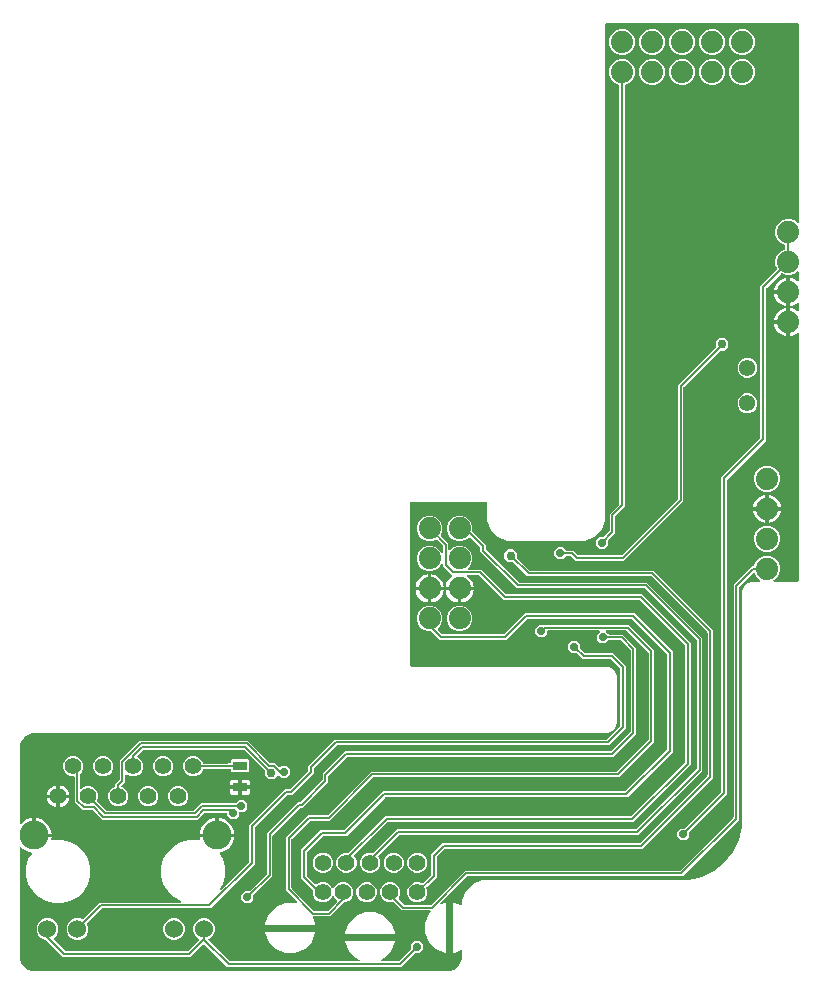
<source format=gbl>
G04 EAGLE Gerber RS-274X export*
G75*
%MOMM*%
%FSLAX34Y34*%
%LPD*%
%INBottom Copper*%
%IPPOS*%
%AMOC8*
5,1,8,0,0,1.08239X$1,22.5*%
G01*
%ADD10C,1.879600*%
%ADD11C,2.445000*%
%ADD12C,1.398000*%
%ADD13C,1.530000*%
%ADD14R,1.200000X0.800000*%
%ADD15C,1.381000*%
%ADD16C,1.408000*%
%ADD17C,0.609600*%
%ADD18C,0.203200*%
%ADD19C,0.706400*%
%ADD20C,0.152400*%
%ADD21C,0.756400*%

G36*
X646022Y4164D02*
X646022Y4164D01*
X646060Y4163D01*
X647949Y4312D01*
X647955Y4313D01*
X647960Y4313D01*
X648125Y4347D01*
X651719Y5514D01*
X651750Y5531D01*
X651785Y5540D01*
X651931Y5623D01*
X654988Y7844D01*
X655013Y7869D01*
X655043Y7888D01*
X655156Y8012D01*
X657377Y11069D01*
X657394Y11101D01*
X657416Y11129D01*
X657486Y11281D01*
X658653Y14875D01*
X658654Y14881D01*
X658657Y14886D01*
X658688Y15051D01*
X658837Y16940D01*
X658835Y16962D01*
X658839Y17000D01*
X658839Y21239D01*
X658832Y21284D01*
X658834Y21330D01*
X658812Y21405D01*
X658800Y21482D01*
X658778Y21522D01*
X658765Y21567D01*
X658721Y21631D01*
X658684Y21699D01*
X658651Y21731D01*
X658625Y21769D01*
X658562Y21815D01*
X658506Y21869D01*
X658464Y21888D01*
X658428Y21915D01*
X658354Y21939D01*
X658283Y21972D01*
X658237Y21977D01*
X658194Y21992D01*
X658116Y21991D01*
X658039Y21999D01*
X657994Y21990D01*
X657948Y21989D01*
X657816Y21951D01*
X657798Y21947D01*
X657794Y21945D01*
X657787Y21942D01*
X652709Y19839D01*
X644291Y19839D01*
X636513Y23061D01*
X630561Y29013D01*
X627339Y36791D01*
X627339Y45209D01*
X630561Y52987D01*
X631988Y54414D01*
X632030Y54472D01*
X632079Y54524D01*
X632101Y54571D01*
X632131Y54613D01*
X632153Y54682D01*
X632183Y54747D01*
X632188Y54799D01*
X632204Y54849D01*
X632202Y54920D01*
X632210Y54991D01*
X632199Y55042D01*
X632197Y55094D01*
X632173Y55162D01*
X632158Y55232D01*
X632131Y55277D01*
X632113Y55325D01*
X632068Y55381D01*
X632031Y55443D01*
X631992Y55477D01*
X631959Y55517D01*
X631899Y55556D01*
X631845Y55603D01*
X631796Y55622D01*
X631752Y55650D01*
X631683Y55668D01*
X631616Y55695D01*
X631545Y55703D01*
X631514Y55711D01*
X631491Y55709D01*
X631450Y55713D01*
X608053Y55713D01*
X601214Y62552D01*
X601120Y62620D01*
X601025Y62690D01*
X601019Y62692D01*
X601014Y62696D01*
X600903Y62730D01*
X600791Y62766D01*
X600785Y62766D01*
X600779Y62768D01*
X600662Y62765D01*
X600545Y62764D01*
X600538Y62762D01*
X600533Y62762D01*
X600516Y62755D01*
X600384Y62717D01*
X599704Y62435D01*
X596296Y62435D01*
X593148Y63739D01*
X590739Y66148D01*
X589435Y69296D01*
X589435Y72704D01*
X590739Y75852D01*
X593148Y78261D01*
X596296Y79565D01*
X599704Y79565D01*
X602852Y78261D01*
X605261Y75852D01*
X606565Y72704D01*
X606565Y69296D01*
X605261Y66148D01*
X605211Y66099D01*
X605200Y66083D01*
X605184Y66070D01*
X605128Y65983D01*
X605068Y65899D01*
X605062Y65880D01*
X605051Y65864D01*
X605026Y65763D01*
X604996Y65664D01*
X604996Y65644D01*
X604991Y65625D01*
X604999Y65522D01*
X605002Y65418D01*
X605009Y65400D01*
X605010Y65380D01*
X605051Y65285D01*
X605086Y65187D01*
X605099Y65172D01*
X605107Y65153D01*
X605211Y65022D01*
X609724Y60510D01*
X609798Y60457D01*
X609868Y60397D01*
X609898Y60385D01*
X609924Y60366D01*
X610011Y60339D01*
X610096Y60305D01*
X610137Y60301D01*
X610159Y60294D01*
X610191Y60295D01*
X610263Y60287D01*
X631737Y60287D01*
X631828Y60301D01*
X631918Y60309D01*
X631948Y60321D01*
X631980Y60326D01*
X632061Y60369D01*
X632145Y60405D01*
X632177Y60431D01*
X632198Y60442D01*
X632220Y60465D01*
X632276Y60510D01*
X661053Y89287D01*
X843315Y89287D01*
X843405Y89301D01*
X843496Y89309D01*
X843526Y89321D01*
X843557Y89326D01*
X843638Y89369D01*
X843722Y89405D01*
X843754Y89431D01*
X843775Y89442D01*
X843797Y89465D01*
X843853Y89510D01*
X888490Y134147D01*
X888543Y134221D01*
X888603Y134290D01*
X888615Y134321D01*
X888634Y134347D01*
X888661Y134434D01*
X888695Y134519D01*
X888699Y134559D01*
X888706Y134582D01*
X888705Y134614D01*
X888713Y134685D01*
X888713Y331393D01*
X904607Y347287D01*
X905616Y347287D01*
X905731Y347306D01*
X905847Y347323D01*
X905852Y347325D01*
X905859Y347326D01*
X905961Y347381D01*
X906066Y347434D01*
X906070Y347439D01*
X906076Y347442D01*
X906156Y347526D01*
X906238Y347610D01*
X906242Y347616D01*
X906245Y347620D01*
X906253Y347637D01*
X906319Y347757D01*
X907740Y351187D01*
X910813Y354260D01*
X914827Y355923D01*
X919173Y355923D01*
X923187Y354260D01*
X926260Y351187D01*
X927923Y347173D01*
X927923Y342827D01*
X926260Y338813D01*
X923187Y335740D01*
X922910Y335625D01*
X922827Y335574D01*
X922741Y335528D01*
X922723Y335509D01*
X922701Y335496D01*
X922639Y335421D01*
X922572Y335350D01*
X922561Y335326D01*
X922544Y335306D01*
X922509Y335215D01*
X922468Y335127D01*
X922465Y335101D01*
X922456Y335077D01*
X922452Y334979D01*
X922441Y334883D01*
X922446Y334857D01*
X922445Y334831D01*
X922473Y334737D01*
X922493Y334642D01*
X922507Y334620D01*
X922514Y334595D01*
X922569Y334515D01*
X922619Y334431D01*
X922639Y334414D01*
X922654Y334393D01*
X922732Y334334D01*
X922806Y334271D01*
X922831Y334261D01*
X922852Y334246D01*
X922944Y334216D01*
X923034Y334179D01*
X923067Y334176D01*
X923085Y334170D01*
X923118Y334170D01*
X923201Y334161D01*
X943000Y334161D01*
X943026Y334165D01*
X943075Y334164D01*
X943090Y334166D01*
X943117Y334173D01*
X943146Y334173D01*
X943221Y334196D01*
X943224Y334196D01*
X943229Y334198D01*
X943233Y334199D01*
X943243Y334200D01*
X943248Y334203D01*
X943307Y334220D01*
X943335Y334232D01*
X943391Y334266D01*
X943451Y334292D01*
X943512Y334341D01*
X943515Y334343D01*
X943517Y334345D01*
X943544Y334362D01*
X943556Y334376D01*
X943582Y334397D01*
X943603Y334418D01*
X943641Y334471D01*
X943687Y334518D01*
X943728Y334591D01*
X943747Y334618D01*
X943752Y334637D01*
X943768Y334665D01*
X943780Y334693D01*
X943786Y334721D01*
X943799Y334746D01*
X943815Y334818D01*
X943821Y334833D01*
X943824Y334863D01*
X943834Y334910D01*
X943836Y334925D01*
X943835Y334930D01*
X943836Y334933D01*
X943834Y334953D01*
X943839Y335000D01*
X943839Y543971D01*
X943837Y543983D01*
X943839Y543995D01*
X943818Y544104D01*
X943800Y544214D01*
X943794Y544224D01*
X943792Y544236D01*
X943736Y544333D01*
X943684Y544431D01*
X943676Y544439D01*
X943670Y544450D01*
X943587Y544524D01*
X943506Y544600D01*
X943495Y544606D01*
X943486Y544613D01*
X943384Y544657D01*
X943283Y544704D01*
X943271Y544705D01*
X943260Y544710D01*
X943149Y544719D01*
X943039Y544731D01*
X943027Y544729D01*
X943015Y544730D01*
X942907Y544703D01*
X942798Y544679D01*
X942788Y544673D01*
X942776Y544670D01*
X942631Y544587D01*
X941257Y543589D01*
X939583Y542736D01*
X937796Y542155D01*
X936523Y541954D01*
X936523Y553038D01*
X936521Y553051D01*
X936522Y553061D01*
X936521Y553067D01*
X936522Y553077D01*
X936500Y553179D01*
X936483Y553281D01*
X936474Y553298D01*
X936470Y553318D01*
X936417Y553407D01*
X936368Y553498D01*
X936354Y553512D01*
X936344Y553529D01*
X936265Y553596D01*
X936190Y553667D01*
X936172Y553676D01*
X936157Y553689D01*
X936061Y553727D01*
X935967Y553771D01*
X935947Y553773D01*
X935929Y553781D01*
X935762Y553799D01*
X934999Y553799D01*
X934999Y553801D01*
X935762Y553801D01*
X935782Y553804D01*
X935801Y553802D01*
X935903Y553824D01*
X936005Y553841D01*
X936022Y553850D01*
X936042Y553854D01*
X936131Y553907D01*
X936222Y553956D01*
X936236Y553970D01*
X936253Y553980D01*
X936320Y554059D01*
X936391Y554134D01*
X936400Y554152D01*
X936413Y554167D01*
X936452Y554263D01*
X936495Y554357D01*
X936497Y554377D01*
X936505Y554395D01*
X936523Y554562D01*
X936523Y565646D01*
X937796Y565445D01*
X939583Y564864D01*
X941257Y564011D01*
X942631Y563013D01*
X942641Y563008D01*
X942650Y563000D01*
X942751Y562952D01*
X942850Y562903D01*
X942862Y562901D01*
X942873Y562896D01*
X942984Y562884D01*
X943094Y562868D01*
X943106Y562870D01*
X943117Y562869D01*
X943226Y562892D01*
X943336Y562913D01*
X943346Y562918D01*
X943358Y562921D01*
X943454Y562978D01*
X943551Y563032D01*
X943559Y563041D01*
X943569Y563047D01*
X943641Y563132D01*
X943716Y563214D01*
X943721Y563225D01*
X943729Y563234D01*
X943771Y563338D01*
X943815Y563439D01*
X943816Y563451D01*
X943821Y563462D01*
X943839Y563629D01*
X943839Y569371D01*
X943837Y569383D01*
X943839Y569395D01*
X943818Y569504D01*
X943800Y569614D01*
X943794Y569624D01*
X943792Y569636D01*
X943737Y569733D01*
X943684Y569831D01*
X943676Y569839D01*
X943670Y569850D01*
X943587Y569924D01*
X943506Y570001D01*
X943495Y570006D01*
X943486Y570014D01*
X943384Y570057D01*
X943283Y570104D01*
X943271Y570105D01*
X943260Y570110D01*
X943149Y570119D01*
X943039Y570131D01*
X943027Y570129D01*
X943015Y570130D01*
X942907Y570103D01*
X942798Y570079D01*
X942788Y570073D01*
X942776Y570070D01*
X942631Y569987D01*
X941257Y568989D01*
X939583Y568136D01*
X937796Y567555D01*
X936523Y567354D01*
X936523Y578438D01*
X936520Y578458D01*
X936522Y578477D01*
X936500Y578579D01*
X936483Y578681D01*
X936474Y578698D01*
X936470Y578718D01*
X936417Y578807D01*
X936368Y578898D01*
X936354Y578912D01*
X936344Y578929D01*
X936265Y578996D01*
X936190Y579067D01*
X936172Y579076D01*
X936157Y579089D01*
X936061Y579127D01*
X935967Y579171D01*
X935947Y579173D01*
X935929Y579181D01*
X935762Y579199D01*
X934999Y579199D01*
X934999Y579201D01*
X935762Y579201D01*
X935782Y579204D01*
X935801Y579202D01*
X935903Y579224D01*
X936005Y579241D01*
X936022Y579250D01*
X936042Y579254D01*
X936131Y579307D01*
X936222Y579356D01*
X936236Y579370D01*
X936253Y579380D01*
X936320Y579459D01*
X936391Y579534D01*
X936400Y579552D01*
X936413Y579567D01*
X936452Y579663D01*
X936495Y579757D01*
X936497Y579777D01*
X936505Y579795D01*
X936523Y579962D01*
X936523Y591046D01*
X937796Y590845D01*
X939583Y590264D01*
X941257Y589411D01*
X942631Y588413D01*
X942641Y588408D01*
X942650Y588399D01*
X942751Y588353D01*
X942850Y588303D01*
X942862Y588301D01*
X942873Y588296D01*
X942984Y588284D01*
X943094Y588268D01*
X943106Y588270D01*
X943117Y588269D01*
X943226Y588292D01*
X943336Y588313D01*
X943346Y588318D01*
X943358Y588321D01*
X943453Y588378D01*
X943551Y588432D01*
X943559Y588441D01*
X943569Y588447D01*
X943641Y588532D01*
X943716Y588614D01*
X943721Y588625D01*
X943729Y588634D01*
X943771Y588738D01*
X943815Y588839D01*
X943816Y588851D01*
X943821Y588862D01*
X943839Y589029D01*
X943839Y596154D01*
X943828Y596225D01*
X943826Y596297D01*
X943808Y596346D01*
X943800Y596397D01*
X943766Y596460D01*
X943741Y596528D01*
X943709Y596568D01*
X943684Y596615D01*
X943632Y596664D01*
X943588Y596720D01*
X943544Y596748D01*
X943506Y596784D01*
X943441Y596814D01*
X943381Y596853D01*
X943330Y596866D01*
X943283Y596888D01*
X943212Y596895D01*
X943142Y596913D01*
X943090Y596909D01*
X943039Y596915D01*
X942968Y596899D01*
X942897Y596894D01*
X942849Y596873D01*
X942798Y596862D01*
X942737Y596826D01*
X942671Y596797D01*
X942615Y596753D01*
X942587Y596736D01*
X942572Y596718D01*
X942540Y596693D01*
X941187Y595340D01*
X937173Y593677D01*
X932827Y593677D01*
X929651Y594993D01*
X929537Y595020D01*
X929424Y595048D01*
X929417Y595048D01*
X929411Y595049D01*
X929295Y595038D01*
X929178Y595029D01*
X929173Y595027D01*
X929166Y595026D01*
X929059Y594978D01*
X928952Y594933D01*
X928946Y594928D01*
X928942Y594926D01*
X928928Y594913D01*
X928821Y594828D01*
X916764Y582771D01*
X916711Y582697D01*
X916651Y582627D01*
X916639Y582597D01*
X916620Y582571D01*
X916593Y582484D01*
X916559Y582399D01*
X916555Y582358D01*
X916548Y582336D01*
X916549Y582304D01*
X916541Y582232D01*
X916541Y453548D01*
X883764Y420771D01*
X883711Y420697D01*
X883651Y420627D01*
X883639Y420597D01*
X883620Y420571D01*
X883593Y420484D01*
X883559Y420399D01*
X883555Y420358D01*
X883548Y420336D01*
X883549Y420304D01*
X883541Y420232D01*
X883541Y153948D01*
X851280Y121687D01*
X851227Y121613D01*
X851167Y121543D01*
X851155Y121513D01*
X851136Y121487D01*
X851109Y121400D01*
X851075Y121315D01*
X851071Y121274D01*
X851064Y121252D01*
X851065Y121220D01*
X851057Y121148D01*
X851057Y117905D01*
X848095Y114943D01*
X843905Y114943D01*
X840943Y117905D01*
X840943Y122095D01*
X843905Y125057D01*
X847148Y125057D01*
X847238Y125071D01*
X847329Y125079D01*
X847359Y125091D01*
X847391Y125096D01*
X847472Y125139D01*
X847556Y125175D01*
X847588Y125201D01*
X847608Y125212D01*
X847631Y125235D01*
X847687Y125280D01*
X878236Y155829D01*
X878289Y155903D01*
X878349Y155973D01*
X878361Y156003D01*
X878380Y156029D01*
X878407Y156116D01*
X878441Y156201D01*
X878445Y156242D01*
X878452Y156264D01*
X878451Y156296D01*
X878459Y156368D01*
X878459Y422652D01*
X911236Y455429D01*
X911289Y455503D01*
X911349Y455573D01*
X911361Y455603D01*
X911380Y455629D01*
X911407Y455716D01*
X911441Y455801D01*
X911445Y455842D01*
X911452Y455864D01*
X911451Y455896D01*
X911459Y455968D01*
X911459Y584652D01*
X913171Y586364D01*
X925228Y598421D01*
X925297Y598516D01*
X925366Y598610D01*
X925368Y598616D01*
X925372Y598621D01*
X925406Y598732D01*
X925442Y598844D01*
X925442Y598850D01*
X925444Y598856D01*
X925441Y598973D01*
X925440Y599090D01*
X925438Y599097D01*
X925438Y599102D01*
X925431Y599119D01*
X925393Y599251D01*
X924077Y602427D01*
X924077Y606773D01*
X925740Y610787D01*
X928813Y613860D01*
X931989Y615176D01*
X932089Y615237D01*
X932189Y615297D01*
X932193Y615302D01*
X932198Y615305D01*
X932273Y615395D01*
X932349Y615484D01*
X932351Y615490D01*
X932355Y615495D01*
X932397Y615603D01*
X932441Y615712D01*
X932442Y615720D01*
X932443Y615724D01*
X932444Y615743D01*
X932459Y615879D01*
X932459Y618721D01*
X932440Y618836D01*
X932423Y618952D01*
X932421Y618958D01*
X932420Y618964D01*
X932365Y619066D01*
X932312Y619171D01*
X932307Y619176D01*
X932304Y619181D01*
X932220Y619261D01*
X932136Y619344D01*
X932130Y619347D01*
X932126Y619351D01*
X932109Y619358D01*
X931989Y619424D01*
X928813Y620740D01*
X925740Y623813D01*
X924077Y627827D01*
X924077Y632173D01*
X925740Y636187D01*
X928813Y639260D01*
X932827Y640923D01*
X937173Y640923D01*
X941187Y639260D01*
X942540Y637907D01*
X942598Y637865D01*
X942650Y637816D01*
X942697Y637794D01*
X942739Y637764D01*
X942808Y637743D01*
X942873Y637712D01*
X942925Y637707D01*
X942975Y637691D01*
X943046Y637693D01*
X943117Y637685D01*
X943168Y637696D01*
X943220Y637698D01*
X943288Y637722D01*
X943358Y637738D01*
X943403Y637764D01*
X943451Y637782D01*
X943507Y637827D01*
X943569Y637864D01*
X943603Y637903D01*
X943643Y637936D01*
X943682Y637996D01*
X943729Y638051D01*
X943748Y638099D01*
X943776Y638143D01*
X943794Y638212D01*
X943821Y638279D01*
X943829Y638350D01*
X943837Y638381D01*
X943835Y638405D01*
X943839Y638446D01*
X943839Y806000D01*
X943835Y806026D01*
X943836Y806075D01*
X943834Y806090D01*
X943827Y806117D01*
X943827Y806146D01*
X943804Y806221D01*
X943804Y806224D01*
X943802Y806229D01*
X943801Y806233D01*
X943800Y806243D01*
X943797Y806248D01*
X943780Y806307D01*
X943768Y806335D01*
X943734Y806391D01*
X943708Y806451D01*
X943659Y806512D01*
X943657Y806515D01*
X943655Y806517D01*
X943638Y806544D01*
X943624Y806556D01*
X943603Y806582D01*
X943582Y806603D01*
X943529Y806641D01*
X943482Y806687D01*
X943409Y806728D01*
X943382Y806747D01*
X943363Y806752D01*
X943335Y806768D01*
X943307Y806780D01*
X943279Y806786D01*
X943254Y806799D01*
X943182Y806815D01*
X943167Y806821D01*
X943137Y806824D01*
X943090Y806834D01*
X943075Y806836D01*
X943070Y806835D01*
X943067Y806836D01*
X943047Y806834D01*
X943000Y806839D01*
X781000Y806839D01*
X780974Y806835D01*
X780925Y806836D01*
X780910Y806834D01*
X780883Y806827D01*
X780854Y806827D01*
X780779Y806804D01*
X780776Y806804D01*
X780771Y806802D01*
X780767Y806801D01*
X780757Y806800D01*
X780752Y806797D01*
X780693Y806780D01*
X780665Y806768D01*
X780609Y806734D01*
X780549Y806708D01*
X780488Y806659D01*
X780485Y806657D01*
X780483Y806655D01*
X780456Y806638D01*
X780444Y806624D01*
X780418Y806603D01*
X780397Y806582D01*
X780359Y806529D01*
X780313Y806482D01*
X780272Y806409D01*
X780253Y806382D01*
X780248Y806363D01*
X780232Y806335D01*
X780220Y806307D01*
X780214Y806279D01*
X780201Y806254D01*
X780185Y806182D01*
X780179Y806167D01*
X780176Y806137D01*
X780166Y806090D01*
X780164Y806075D01*
X780165Y806070D01*
X780164Y806067D01*
X780166Y806047D01*
X780161Y806000D01*
X780161Y385791D01*
X776939Y378013D01*
X770987Y372061D01*
X763209Y368839D01*
X696791Y368839D01*
X689013Y372061D01*
X683061Y378013D01*
X679839Y385791D01*
X679839Y401000D01*
X679835Y401026D01*
X679836Y401075D01*
X679834Y401090D01*
X679827Y401117D01*
X679827Y401146D01*
X679804Y401221D01*
X679804Y401224D01*
X679802Y401229D01*
X679801Y401233D01*
X679800Y401243D01*
X679797Y401248D01*
X679780Y401307D01*
X679768Y401335D01*
X679734Y401391D01*
X679708Y401451D01*
X679659Y401512D01*
X679657Y401515D01*
X679655Y401517D01*
X679638Y401544D01*
X679624Y401556D01*
X679603Y401582D01*
X679582Y401603D01*
X679529Y401641D01*
X679482Y401687D01*
X679409Y401728D01*
X679382Y401747D01*
X679363Y401752D01*
X679335Y401768D01*
X679307Y401780D01*
X679279Y401786D01*
X679254Y401799D01*
X679182Y401815D01*
X679167Y401821D01*
X679137Y401824D01*
X679090Y401834D01*
X679075Y401836D01*
X679070Y401835D01*
X679067Y401836D01*
X679047Y401834D01*
X679000Y401839D01*
X616000Y401839D01*
X615974Y401835D01*
X615925Y401836D01*
X615910Y401834D01*
X615883Y401827D01*
X615855Y401827D01*
X615779Y401804D01*
X615776Y401804D01*
X615771Y401802D01*
X615767Y401801D01*
X615757Y401800D01*
X615752Y401797D01*
X615694Y401780D01*
X615665Y401768D01*
X615610Y401734D01*
X615549Y401708D01*
X615488Y401659D01*
X615485Y401657D01*
X615483Y401655D01*
X615456Y401639D01*
X615444Y401624D01*
X615418Y401603D01*
X615397Y401582D01*
X615359Y401529D01*
X615313Y401482D01*
X615272Y401409D01*
X615253Y401382D01*
X615248Y401363D01*
X615232Y401335D01*
X615220Y401307D01*
X615214Y401279D01*
X615201Y401254D01*
X615185Y401182D01*
X615179Y401167D01*
X615176Y401137D01*
X615166Y401090D01*
X615164Y401075D01*
X615165Y401070D01*
X615164Y401067D01*
X615166Y401047D01*
X615161Y401000D01*
X615161Y263000D01*
X615165Y262974D01*
X615165Y262961D01*
X615163Y262946D01*
X615165Y262940D01*
X615164Y262925D01*
X615166Y262910D01*
X615173Y262883D01*
X615173Y262854D01*
X615196Y262779D01*
X615196Y262776D01*
X615198Y262771D01*
X615199Y262767D01*
X615200Y262757D01*
X615203Y262752D01*
X615212Y262721D01*
X615215Y262706D01*
X615218Y262702D01*
X615220Y262693D01*
X615232Y262665D01*
X615266Y262609D01*
X615292Y262549D01*
X615341Y262488D01*
X615343Y262485D01*
X615345Y262483D01*
X615362Y262456D01*
X615376Y262444D01*
X615397Y262418D01*
X615418Y262397D01*
X615471Y262359D01*
X615518Y262313D01*
X615591Y262272D01*
X615618Y262253D01*
X615637Y262248D01*
X615665Y262232D01*
X615693Y262220D01*
X615721Y262214D01*
X615746Y262201D01*
X615818Y262185D01*
X615833Y262179D01*
X615863Y262176D01*
X615910Y262166D01*
X615925Y262164D01*
X615930Y262165D01*
X615933Y262164D01*
X615953Y262166D01*
X616000Y262161D01*
X782021Y262161D01*
X785756Y260614D01*
X788614Y257756D01*
X790161Y254021D01*
X790161Y213979D01*
X788614Y210244D01*
X785756Y207386D01*
X782021Y205839D01*
X297000Y205839D01*
X296978Y205836D01*
X296940Y205837D01*
X295051Y205688D01*
X295045Y205687D01*
X295040Y205687D01*
X294875Y205653D01*
X291281Y204486D01*
X291250Y204469D01*
X291215Y204460D01*
X291069Y204377D01*
X288012Y202156D01*
X287987Y202131D01*
X287957Y202112D01*
X287844Y201988D01*
X285623Y198931D01*
X285606Y198899D01*
X285584Y198871D01*
X285514Y198719D01*
X284347Y195125D01*
X284346Y195119D01*
X284343Y195114D01*
X284312Y194949D01*
X284163Y193060D01*
X284165Y193038D01*
X284161Y193000D01*
X284161Y129630D01*
X284172Y129560D01*
X284174Y129488D01*
X284192Y129439D01*
X284200Y129388D01*
X284234Y129324D01*
X284259Y129257D01*
X284291Y129216D01*
X284316Y129170D01*
X284368Y129121D01*
X284412Y129065D01*
X284456Y129037D01*
X284494Y129001D01*
X284559Y128971D01*
X284619Y128932D01*
X284670Y128919D01*
X284717Y128897D01*
X284788Y128889D01*
X284858Y128872D01*
X284910Y128876D01*
X284961Y128870D01*
X285032Y128885D01*
X285103Y128891D01*
X285151Y128911D01*
X285202Y128922D01*
X285263Y128959D01*
X285329Y128987D01*
X285385Y129032D01*
X285413Y129049D01*
X285428Y129066D01*
X285460Y129092D01*
X286931Y130563D01*
X288811Y131929D01*
X290882Y132984D01*
X293092Y133702D01*
X295027Y134009D01*
X295027Y120062D01*
X295030Y120042D01*
X295028Y120023D01*
X295050Y119921D01*
X295067Y119819D01*
X295076Y119802D01*
X295080Y119782D01*
X295133Y119693D01*
X295182Y119602D01*
X295196Y119588D01*
X295206Y119571D01*
X295285Y119504D01*
X295360Y119433D01*
X295378Y119424D01*
X295393Y119411D01*
X295489Y119373D01*
X295583Y119329D01*
X295603Y119327D01*
X295621Y119319D01*
X295788Y119301D01*
X296551Y119301D01*
X296551Y118538D01*
X296554Y118518D01*
X296552Y118499D01*
X296574Y118397D01*
X296591Y118295D01*
X296600Y118278D01*
X296604Y118258D01*
X296657Y118169D01*
X296706Y118078D01*
X296720Y118064D01*
X296730Y118047D01*
X296809Y117980D01*
X296884Y117909D01*
X296902Y117900D01*
X296917Y117887D01*
X297013Y117848D01*
X297107Y117805D01*
X297127Y117803D01*
X297145Y117795D01*
X297312Y117777D01*
X311259Y117777D01*
X311009Y116204D01*
X311010Y116148D01*
X311000Y116093D01*
X311010Y116026D01*
X311011Y115958D01*
X311029Y115905D01*
X311037Y115850D01*
X311068Y115789D01*
X311090Y115725D01*
X311124Y115681D01*
X311150Y115631D01*
X311199Y115584D01*
X311240Y115530D01*
X311286Y115499D01*
X311326Y115460D01*
X311388Y115431D01*
X311444Y115393D01*
X311498Y115378D01*
X311548Y115354D01*
X311616Y115346D01*
X311681Y115328D01*
X311737Y115331D01*
X311792Y115324D01*
X311897Y115340D01*
X311927Y115342D01*
X311939Y115346D01*
X311958Y115349D01*
X313307Y115711D01*
X320393Y115711D01*
X327237Y113877D01*
X333374Y110334D01*
X338384Y105324D01*
X341927Y99187D01*
X343761Y92343D01*
X343761Y85257D01*
X341927Y78413D01*
X338384Y72276D01*
X333374Y67266D01*
X327237Y63723D01*
X320393Y61889D01*
X313307Y61889D01*
X306463Y63723D01*
X300326Y67266D01*
X295316Y72276D01*
X291773Y78413D01*
X289939Y85257D01*
X289939Y92343D01*
X291773Y99187D01*
X294351Y103652D01*
X294363Y103685D01*
X294384Y103715D01*
X294407Y103800D01*
X294438Y103882D01*
X294439Y103918D01*
X294449Y103952D01*
X294444Y104040D01*
X294447Y104127D01*
X294437Y104162D01*
X294434Y104198D01*
X294402Y104279D01*
X294377Y104363D01*
X294356Y104393D01*
X294343Y104426D01*
X294286Y104493D01*
X294236Y104565D01*
X294207Y104586D01*
X294183Y104613D01*
X294108Y104658D01*
X294037Y104710D01*
X294003Y104721D01*
X293972Y104740D01*
X293811Y104784D01*
X293092Y104898D01*
X290882Y105616D01*
X288811Y106671D01*
X286931Y108037D01*
X285460Y109508D01*
X285402Y109550D01*
X285350Y109599D01*
X285303Y109621D01*
X285261Y109651D01*
X285192Y109672D01*
X285127Y109703D01*
X285075Y109708D01*
X285025Y109724D01*
X284954Y109722D01*
X284883Y109730D01*
X284832Y109719D01*
X284780Y109717D01*
X284712Y109693D01*
X284642Y109678D01*
X284597Y109651D01*
X284549Y109633D01*
X284493Y109588D01*
X284431Y109551D01*
X284397Y109512D01*
X284357Y109479D01*
X284318Y109419D01*
X284271Y109364D01*
X284252Y109316D01*
X284224Y109272D01*
X284206Y109203D01*
X284179Y109136D01*
X284171Y109065D01*
X284163Y109034D01*
X284165Y109010D01*
X284161Y108970D01*
X284161Y17000D01*
X284164Y16978D01*
X284163Y16940D01*
X284312Y15051D01*
X284313Y15045D01*
X284313Y15040D01*
X284347Y14875D01*
X285514Y11281D01*
X285531Y11250D01*
X285540Y11215D01*
X285623Y11069D01*
X287844Y8012D01*
X287869Y7987D01*
X287888Y7957D01*
X288012Y7844D01*
X291069Y5623D01*
X291101Y5606D01*
X291129Y5584D01*
X291281Y5514D01*
X294875Y4347D01*
X294881Y4346D01*
X294886Y4343D01*
X295051Y4312D01*
X296940Y4163D01*
X296962Y4165D01*
X297000Y4161D01*
X646000Y4161D01*
X646022Y4164D01*
G37*
%LPC*%
G36*
X509291Y19839D02*
X509291Y19839D01*
X501513Y23061D01*
X495561Y29013D01*
X492339Y36791D01*
X492339Y45209D01*
X495561Y52987D01*
X501513Y58939D01*
X509291Y62161D01*
X517709Y62161D01*
X518268Y61929D01*
X518363Y61907D01*
X518456Y61878D01*
X518482Y61879D01*
X518508Y61873D01*
X518604Y61882D01*
X518702Y61885D01*
X518726Y61894D01*
X518753Y61896D01*
X518842Y61936D01*
X518933Y61969D01*
X518953Y61985D01*
X518977Y61996D01*
X519049Y62062D01*
X519125Y62123D01*
X519139Y62145D01*
X519158Y62163D01*
X519205Y62248D01*
X519258Y62330D01*
X519264Y62355D01*
X519277Y62378D01*
X519294Y62474D01*
X519318Y62568D01*
X519316Y62594D01*
X519321Y62620D01*
X519306Y62717D01*
X519299Y62813D01*
X519289Y62837D01*
X519285Y62863D01*
X519241Y62950D01*
X519203Y63040D01*
X519182Y63065D01*
X519173Y63083D01*
X519150Y63106D01*
X519098Y63171D01*
X511276Y70993D01*
X509713Y72555D01*
X509713Y117947D01*
X528053Y136287D01*
X544737Y136287D01*
X544828Y136301D01*
X544918Y136309D01*
X544948Y136321D01*
X544980Y136326D01*
X545061Y136369D01*
X545145Y136405D01*
X545177Y136431D01*
X545198Y136442D01*
X545220Y136465D01*
X545276Y136510D01*
X582053Y173287D01*
X789737Y173287D01*
X789828Y173301D01*
X789918Y173309D01*
X789948Y173321D01*
X789980Y173326D01*
X790061Y173369D01*
X790145Y173405D01*
X790177Y173431D01*
X790198Y173442D01*
X790220Y173465D01*
X790276Y173510D01*
X816490Y199724D01*
X816543Y199798D01*
X816603Y199868D01*
X816615Y199898D01*
X816634Y199924D01*
X816661Y200011D01*
X816695Y200096D01*
X816699Y200137D01*
X816706Y200159D01*
X816705Y200191D01*
X816713Y200263D01*
X816713Y273737D01*
X816699Y273828D01*
X816691Y273918D01*
X816679Y273948D01*
X816674Y273980D01*
X816631Y274061D01*
X816595Y274145D01*
X816569Y274177D01*
X816558Y274198D01*
X816535Y274220D01*
X816490Y274276D01*
X798276Y292490D01*
X798202Y292543D01*
X798132Y292603D01*
X798102Y292615D01*
X798076Y292634D01*
X797989Y292661D01*
X797904Y292695D01*
X797863Y292699D01*
X797841Y292706D01*
X797809Y292705D01*
X797737Y292713D01*
X781276Y292713D01*
X781205Y292702D01*
X781133Y292700D01*
X781084Y292682D01*
X781033Y292674D01*
X780970Y292640D01*
X780902Y292615D01*
X780862Y292583D01*
X780816Y292558D01*
X780766Y292506D01*
X780710Y292462D01*
X780682Y292418D01*
X780646Y292380D01*
X780616Y292315D01*
X780577Y292255D01*
X780565Y292204D01*
X780543Y292157D01*
X780535Y292086D01*
X780517Y292016D01*
X780521Y291964D01*
X780516Y291913D01*
X780531Y291842D01*
X780536Y291771D01*
X780557Y291723D01*
X780568Y291672D01*
X780605Y291611D01*
X780633Y291545D01*
X780678Y291489D01*
X780694Y291461D01*
X780712Y291446D01*
X780738Y291414D01*
X782642Y289510D01*
X782716Y289457D01*
X782785Y289397D01*
X782815Y289385D01*
X782841Y289366D01*
X782929Y289339D01*
X783013Y289305D01*
X783054Y289301D01*
X783076Y289294D01*
X783109Y289295D01*
X783180Y289287D01*
X794947Y289287D01*
X806287Y277947D01*
X806287Y205053D01*
X786947Y185713D01*
X562263Y185713D01*
X562172Y185699D01*
X562082Y185691D01*
X562052Y185679D01*
X562020Y185674D01*
X561939Y185631D01*
X561855Y185595D01*
X561823Y185569D01*
X561802Y185558D01*
X561780Y185535D01*
X561724Y185490D01*
X545510Y169276D01*
X545457Y169202D01*
X545397Y169132D01*
X545385Y169102D01*
X545366Y169076D01*
X545339Y168989D01*
X545305Y168904D01*
X545301Y168863D01*
X545294Y168841D01*
X545295Y168809D01*
X545287Y168737D01*
X545287Y164053D01*
X523947Y142713D01*
X522263Y142713D01*
X522172Y142699D01*
X522082Y142691D01*
X522052Y142679D01*
X522020Y142674D01*
X521939Y142631D01*
X521855Y142595D01*
X521823Y142569D01*
X521802Y142558D01*
X521798Y142554D01*
X521797Y142553D01*
X521779Y142534D01*
X521724Y142490D01*
X498510Y119276D01*
X498457Y119202D01*
X498397Y119132D01*
X498385Y119102D01*
X498366Y119076D01*
X498339Y118989D01*
X498305Y118904D01*
X498301Y118863D01*
X498294Y118841D01*
X498295Y118809D01*
X498287Y118737D01*
X498287Y85053D01*
X482280Y69046D01*
X482227Y68972D01*
X482167Y68902D01*
X482155Y68872D01*
X482136Y68846D01*
X482109Y68759D01*
X482075Y68674D01*
X482071Y68633D01*
X482064Y68611D01*
X482065Y68579D01*
X482057Y68507D01*
X482057Y64905D01*
X479095Y61943D01*
X474905Y61943D01*
X471943Y64905D01*
X471943Y69095D01*
X474905Y72057D01*
X478507Y72057D01*
X478598Y72071D01*
X478688Y72079D01*
X478718Y72091D01*
X478750Y72096D01*
X478831Y72139D01*
X478915Y72175D01*
X478947Y72201D01*
X478968Y72212D01*
X478990Y72235D01*
X479046Y72280D01*
X493490Y86724D01*
X493543Y86798D01*
X493603Y86868D01*
X493615Y86898D01*
X493634Y86924D01*
X493661Y87011D01*
X493695Y87096D01*
X493699Y87137D01*
X493706Y87159D01*
X493705Y87191D01*
X493713Y87263D01*
X493713Y120947D01*
X520053Y147287D01*
X521737Y147287D01*
X521828Y147301D01*
X521918Y147309D01*
X521948Y147321D01*
X521980Y147326D01*
X522061Y147369D01*
X522145Y147405D01*
X522177Y147431D01*
X522198Y147442D01*
X522220Y147465D01*
X522276Y147510D01*
X540490Y165724D01*
X540543Y165798D01*
X540603Y165868D01*
X540615Y165898D01*
X540634Y165924D01*
X540661Y166011D01*
X540695Y166096D01*
X540699Y166137D01*
X540706Y166159D01*
X540705Y166191D01*
X540713Y166263D01*
X540713Y170947D01*
X560053Y190287D01*
X784737Y190287D01*
X784828Y190301D01*
X784918Y190309D01*
X784948Y190321D01*
X784980Y190326D01*
X785061Y190369D01*
X785145Y190405D01*
X785177Y190431D01*
X785198Y190442D01*
X785220Y190465D01*
X785276Y190510D01*
X801490Y206724D01*
X801543Y206798D01*
X801603Y206868D01*
X801615Y206898D01*
X801634Y206924D01*
X801661Y207011D01*
X801695Y207096D01*
X801699Y207137D01*
X801706Y207159D01*
X801705Y207191D01*
X801713Y207263D01*
X801713Y275737D01*
X801699Y275828D01*
X801691Y275918D01*
X801679Y275948D01*
X801674Y275980D01*
X801631Y276061D01*
X801595Y276145D01*
X801569Y276177D01*
X801558Y276198D01*
X801535Y276220D01*
X801490Y276276D01*
X793276Y284490D01*
X793202Y284543D01*
X793132Y284603D01*
X793102Y284615D01*
X793076Y284634D01*
X792989Y284661D01*
X792904Y284695D01*
X792863Y284699D01*
X792841Y284706D01*
X792809Y284705D01*
X792737Y284713D01*
X783180Y284713D01*
X783090Y284699D01*
X782999Y284691D01*
X782969Y284679D01*
X782937Y284674D01*
X782856Y284631D01*
X782773Y284595D01*
X782740Y284569D01*
X782720Y284558D01*
X782698Y284535D01*
X782642Y284490D01*
X780095Y281943D01*
X775905Y281943D01*
X772943Y284905D01*
X772943Y289095D01*
X775262Y291414D01*
X775304Y291472D01*
X775354Y291524D01*
X775376Y291571D01*
X775406Y291613D01*
X775427Y291682D01*
X775457Y291747D01*
X775463Y291799D01*
X775478Y291849D01*
X775476Y291920D01*
X775484Y291991D01*
X775473Y292042D01*
X775472Y292094D01*
X775447Y292162D01*
X775432Y292232D01*
X775405Y292277D01*
X775388Y292325D01*
X775343Y292381D01*
X775306Y292443D01*
X775266Y292477D01*
X775234Y292517D01*
X775174Y292556D01*
X775119Y292603D01*
X775071Y292622D01*
X775027Y292650D01*
X774957Y292668D01*
X774891Y292695D01*
X774820Y292703D01*
X774788Y292711D01*
X774765Y292709D01*
X774724Y292713D01*
X731818Y292713D01*
X731798Y292710D01*
X731779Y292712D01*
X731677Y292690D01*
X731575Y292674D01*
X731558Y292664D01*
X731538Y292660D01*
X731449Y292607D01*
X731358Y292558D01*
X731344Y292544D01*
X731327Y292534D01*
X731260Y292455D01*
X731188Y292380D01*
X731180Y292362D01*
X731167Y292347D01*
X731128Y292251D01*
X731085Y292157D01*
X731083Y292137D01*
X731075Y292119D01*
X731057Y291952D01*
X731057Y289905D01*
X728095Y286943D01*
X723905Y286943D01*
X720943Y289905D01*
X720943Y294095D01*
X723905Y297057D01*
X727507Y297057D01*
X727598Y297071D01*
X727688Y297079D01*
X727718Y297091D01*
X727750Y297096D01*
X727831Y297139D01*
X727915Y297175D01*
X727947Y297201D01*
X727968Y297212D01*
X727990Y297235D01*
X728046Y297280D01*
X728053Y297287D01*
X799947Y297287D01*
X821287Y275947D01*
X821287Y198053D01*
X791947Y168713D01*
X584263Y168713D01*
X584172Y168699D01*
X584082Y168691D01*
X584052Y168679D01*
X584020Y168674D01*
X583939Y168631D01*
X583855Y168595D01*
X583823Y168569D01*
X583802Y168558D01*
X583780Y168535D01*
X583724Y168490D01*
X546947Y131713D01*
X530263Y131713D01*
X530172Y131699D01*
X530082Y131691D01*
X530052Y131679D01*
X530020Y131674D01*
X529939Y131631D01*
X529855Y131595D01*
X529823Y131569D01*
X529802Y131558D01*
X529780Y131535D01*
X529724Y131490D01*
X514510Y116276D01*
X514457Y116202D01*
X514397Y116132D01*
X514385Y116102D01*
X514366Y116076D01*
X514339Y115989D01*
X514305Y115904D01*
X514301Y115863D01*
X514294Y115841D01*
X514295Y115809D01*
X514287Y115737D01*
X514287Y74765D01*
X514301Y74675D01*
X514309Y74584D01*
X514321Y74554D01*
X514326Y74522D01*
X514369Y74442D01*
X514405Y74358D01*
X514431Y74326D01*
X514442Y74305D01*
X514465Y74283D01*
X514510Y74227D01*
X533227Y55510D01*
X533301Y55457D01*
X533370Y55397D01*
X533400Y55385D01*
X533426Y55366D01*
X533513Y55339D01*
X533598Y55305D01*
X533639Y55301D01*
X533661Y55294D01*
X533694Y55295D01*
X533765Y55287D01*
X544737Y55287D01*
X544828Y55301D01*
X544918Y55309D01*
X544948Y55321D01*
X544980Y55326D01*
X545061Y55369D01*
X545145Y55405D01*
X545177Y55431D01*
X545198Y55442D01*
X545220Y55465D01*
X545276Y55510D01*
X552789Y63022D01*
X552800Y63039D01*
X552816Y63051D01*
X552846Y63099D01*
X552857Y63110D01*
X552866Y63130D01*
X552872Y63138D01*
X552932Y63222D01*
X552938Y63241D01*
X552949Y63258D01*
X552974Y63358D01*
X553004Y63457D01*
X553004Y63477D01*
X553009Y63497D01*
X553001Y63599D01*
X552998Y63703D01*
X552991Y63722D01*
X552990Y63742D01*
X552949Y63837D01*
X552914Y63934D01*
X552901Y63950D01*
X552893Y63968D01*
X552789Y64099D01*
X550739Y66148D01*
X550203Y67442D01*
X550166Y67503D01*
X550136Y67569D01*
X550101Y67607D01*
X550074Y67651D01*
X550019Y67697D01*
X549970Y67750D01*
X549924Y67775D01*
X549884Y67808D01*
X549817Y67834D01*
X549754Y67868D01*
X549703Y67878D01*
X549655Y67896D01*
X549583Y67899D01*
X549512Y67912D01*
X549461Y67904D01*
X549409Y67907D01*
X549340Y67887D01*
X549269Y67876D01*
X549223Y67853D01*
X549173Y67838D01*
X549114Y67797D01*
X549050Y67765D01*
X549013Y67728D01*
X548971Y67698D01*
X548928Y67640D01*
X548878Y67589D01*
X548843Y67526D01*
X548824Y67500D01*
X548817Y67478D01*
X548797Y67442D01*
X548261Y66148D01*
X545852Y63739D01*
X542704Y62435D01*
X539296Y62435D01*
X536148Y63739D01*
X533739Y66148D01*
X532435Y69296D01*
X532435Y72656D01*
X532421Y72746D01*
X532413Y72837D01*
X532401Y72867D01*
X532396Y72899D01*
X532353Y72980D01*
X532317Y73064D01*
X532291Y73096D01*
X532280Y73116D01*
X532257Y73139D01*
X532245Y73153D01*
X532239Y73164D01*
X532232Y73170D01*
X532212Y73195D01*
X522459Y82948D01*
X522459Y107052D01*
X538948Y123541D01*
X558632Y123541D01*
X558722Y123555D01*
X558813Y123563D01*
X558843Y123575D01*
X558875Y123580D01*
X558956Y123623D01*
X559040Y123659D01*
X559072Y123685D01*
X559092Y123696D01*
X559115Y123719D01*
X559171Y123764D01*
X590236Y154829D01*
X590236Y154830D01*
X591948Y156541D01*
X796700Y156541D01*
X796790Y156555D01*
X796881Y156563D01*
X796911Y156575D01*
X796943Y156580D01*
X797024Y156623D01*
X797108Y156659D01*
X797140Y156685D01*
X797160Y156696D01*
X797183Y156719D01*
X797239Y156764D01*
X831736Y191261D01*
X831789Y191335D01*
X831849Y191405D01*
X831861Y191435D01*
X831880Y191461D01*
X831907Y191548D01*
X831941Y191633D01*
X831945Y191674D01*
X831952Y191696D01*
X831951Y191728D01*
X831959Y191800D01*
X831959Y272632D01*
X831945Y272722D01*
X831937Y272813D01*
X831925Y272843D01*
X831920Y272875D01*
X831877Y272956D01*
X831841Y273040D01*
X831815Y273072D01*
X831804Y273092D01*
X831781Y273115D01*
X831736Y273171D01*
X802671Y302236D01*
X802597Y302289D01*
X802527Y302349D01*
X802497Y302361D01*
X802471Y302380D01*
X802384Y302407D01*
X802299Y302441D01*
X802258Y302445D01*
X802236Y302452D01*
X802204Y302451D01*
X802132Y302459D01*
X714368Y302459D01*
X714278Y302445D01*
X714187Y302437D01*
X714157Y302425D01*
X714125Y302420D01*
X714044Y302377D01*
X713960Y302341D01*
X713928Y302315D01*
X713908Y302304D01*
X713885Y302281D01*
X713829Y302236D01*
X696052Y284459D01*
X639948Y284459D01*
X632653Y291754D01*
X632579Y291807D01*
X632509Y291867D01*
X632479Y291879D01*
X632453Y291898D01*
X632366Y291925D01*
X632281Y291959D01*
X632240Y291963D01*
X632218Y291970D01*
X632186Y291969D01*
X632114Y291977D01*
X629127Y291977D01*
X625113Y293640D01*
X622040Y296713D01*
X620377Y300727D01*
X620377Y305073D01*
X622040Y309087D01*
X625113Y312160D01*
X629127Y313823D01*
X633473Y313823D01*
X637487Y312160D01*
X640560Y309087D01*
X642223Y305073D01*
X642223Y300727D01*
X640560Y296713D01*
X638258Y294411D01*
X638247Y294395D01*
X638231Y294383D01*
X638175Y294295D01*
X638115Y294212D01*
X638109Y294193D01*
X638098Y294176D01*
X638073Y294075D01*
X638042Y293977D01*
X638043Y293957D01*
X638038Y293937D01*
X638046Y293834D01*
X638049Y293731D01*
X638056Y293712D01*
X638057Y293692D01*
X638098Y293597D01*
X638133Y293500D01*
X638146Y293484D01*
X638154Y293466D01*
X638258Y293335D01*
X641829Y289764D01*
X641903Y289711D01*
X641973Y289651D01*
X642003Y289639D01*
X642029Y289620D01*
X642116Y289593D01*
X642201Y289559D01*
X642242Y289555D01*
X642264Y289548D01*
X642296Y289549D01*
X642368Y289541D01*
X693632Y289541D01*
X693722Y289555D01*
X693813Y289563D01*
X693843Y289575D01*
X693875Y289580D01*
X693956Y289623D01*
X694040Y289659D01*
X694072Y289685D01*
X694092Y289696D01*
X694115Y289719D01*
X694171Y289764D01*
X711948Y307541D01*
X804552Y307541D01*
X837041Y275052D01*
X837041Y189380D01*
X835330Y187668D01*
X835329Y187668D01*
X800832Y153171D01*
X799120Y151459D01*
X594368Y151459D01*
X594278Y151445D01*
X594187Y151437D01*
X594157Y151425D01*
X594125Y151420D01*
X594044Y151377D01*
X593960Y151341D01*
X593928Y151315D01*
X593908Y151304D01*
X593885Y151281D01*
X593829Y151236D01*
X562764Y120171D01*
X562764Y120170D01*
X561052Y118459D01*
X541368Y118459D01*
X541278Y118445D01*
X541187Y118437D01*
X541157Y118425D01*
X541125Y118420D01*
X541044Y118377D01*
X540960Y118341D01*
X540928Y118315D01*
X540908Y118304D01*
X540885Y118281D01*
X540829Y118236D01*
X527764Y105171D01*
X527720Y105109D01*
X527686Y105074D01*
X527680Y105061D01*
X527651Y105027D01*
X527639Y104997D01*
X527620Y104971D01*
X527593Y104884D01*
X527559Y104799D01*
X527555Y104758D01*
X527548Y104736D01*
X527549Y104704D01*
X527541Y104632D01*
X527541Y85368D01*
X527555Y85278D01*
X527563Y85187D01*
X527575Y85157D01*
X527580Y85125D01*
X527623Y85044D01*
X527659Y84960D01*
X527685Y84928D01*
X527696Y84908D01*
X527719Y84885D01*
X527764Y84829D01*
X534702Y77891D01*
X534718Y77879D01*
X534731Y77864D01*
X534818Y77808D01*
X534902Y77748D01*
X534921Y77742D01*
X534938Y77731D01*
X535038Y77706D01*
X535137Y77675D01*
X535157Y77676D01*
X535176Y77671D01*
X535279Y77679D01*
X535383Y77682D01*
X535402Y77688D01*
X535421Y77690D01*
X535516Y77730D01*
X535614Y77766D01*
X535629Y77778D01*
X535648Y77786D01*
X535779Y77891D01*
X536148Y78261D01*
X539296Y79565D01*
X542704Y79565D01*
X545852Y78261D01*
X548261Y75852D01*
X548797Y74558D01*
X548834Y74497D01*
X548864Y74431D01*
X548899Y74393D01*
X548926Y74349D01*
X548982Y74303D01*
X549030Y74250D01*
X549076Y74225D01*
X549116Y74192D01*
X549183Y74166D01*
X549246Y74132D01*
X549297Y74122D01*
X549345Y74104D01*
X549417Y74101D01*
X549488Y74088D01*
X549539Y74096D01*
X549591Y74093D01*
X549660Y74113D01*
X549731Y74124D01*
X549777Y74147D01*
X549827Y74162D01*
X549886Y74203D01*
X549950Y74235D01*
X549987Y74272D01*
X550029Y74302D01*
X550072Y74360D01*
X550122Y74411D01*
X550157Y74474D01*
X550176Y74500D01*
X550183Y74522D01*
X550203Y74558D01*
X550739Y75852D01*
X553148Y78261D01*
X556296Y79565D01*
X559704Y79565D01*
X562852Y78261D01*
X565261Y75852D01*
X566565Y72704D01*
X566565Y69296D01*
X565261Y66148D01*
X562852Y63739D01*
X559704Y62435D01*
X558984Y62435D01*
X558894Y62421D01*
X558803Y62413D01*
X558774Y62401D01*
X558742Y62396D01*
X558661Y62353D01*
X558577Y62317D01*
X558545Y62291D01*
X558524Y62280D01*
X558502Y62257D01*
X558446Y62212D01*
X548510Y52276D01*
X546947Y50713D01*
X533520Y50713D01*
X533475Y50706D01*
X533429Y50708D01*
X533354Y50686D01*
X533277Y50674D01*
X533237Y50652D01*
X533193Y50639D01*
X533129Y50595D01*
X533060Y50558D01*
X533028Y50525D01*
X532991Y50499D01*
X532944Y50436D01*
X532891Y50380D01*
X532871Y50338D01*
X532844Y50302D01*
X532820Y50228D01*
X532787Y50157D01*
X532782Y50111D01*
X532768Y50068D01*
X532768Y49990D01*
X532760Y49913D01*
X532770Y49868D01*
X532770Y49822D01*
X532808Y49690D01*
X532812Y49672D01*
X532815Y49668D01*
X532817Y49661D01*
X534661Y45209D01*
X534661Y36791D01*
X531439Y29013D01*
X525487Y23061D01*
X517709Y19839D01*
X509291Y19839D01*
G37*
%LPD*%
%LPC*%
G36*
X331325Y30825D02*
X331325Y30825D01*
X327953Y32222D01*
X325372Y34803D01*
X323975Y38175D01*
X323975Y41825D01*
X325372Y45197D01*
X327953Y47778D01*
X331325Y49175D01*
X334975Y49175D01*
X337415Y48164D01*
X337529Y48137D01*
X337642Y48109D01*
X337649Y48109D01*
X337655Y48108D01*
X337771Y48119D01*
X337888Y48128D01*
X337893Y48130D01*
X337900Y48131D01*
X338007Y48179D01*
X338114Y48224D01*
X338120Y48229D01*
X338124Y48231D01*
X338138Y48243D01*
X338245Y48329D01*
X352203Y62287D01*
X420410Y62287D01*
X420457Y62294D01*
X420505Y62293D01*
X420578Y62314D01*
X420653Y62326D01*
X420695Y62349D01*
X420741Y62363D01*
X420803Y62406D01*
X420870Y62442D01*
X420903Y62476D01*
X420942Y62504D01*
X420987Y62565D01*
X421039Y62620D01*
X421060Y62663D01*
X421088Y62702D01*
X421111Y62774D01*
X421143Y62843D01*
X421148Y62891D01*
X421163Y62936D01*
X421162Y63012D01*
X421170Y63087D01*
X421160Y63134D01*
X421159Y63182D01*
X421134Y63254D01*
X421118Y63328D01*
X421093Y63369D01*
X421077Y63414D01*
X421031Y63474D01*
X420992Y63539D01*
X420955Y63570D01*
X420926Y63608D01*
X420822Y63684D01*
X420805Y63699D01*
X420799Y63701D01*
X420791Y63707D01*
X414626Y67266D01*
X409616Y72276D01*
X406073Y78413D01*
X404239Y85257D01*
X404239Y92343D01*
X406073Y99187D01*
X409616Y105324D01*
X414626Y110334D01*
X420763Y113877D01*
X427607Y115711D01*
X434693Y115711D01*
X436042Y115349D01*
X436097Y115344D01*
X436151Y115328D01*
X436219Y115332D01*
X436286Y115325D01*
X436341Y115337D01*
X436397Y115340D01*
X436460Y115365D01*
X436526Y115380D01*
X436574Y115409D01*
X436626Y115429D01*
X436678Y115473D01*
X436736Y115508D01*
X436772Y115551D01*
X436815Y115587D01*
X436850Y115645D01*
X436894Y115697D01*
X436914Y115749D01*
X436943Y115796D01*
X436959Y115863D01*
X436983Y115926D01*
X436986Y115982D01*
X436998Y116036D01*
X436994Y116141D01*
X436995Y116172D01*
X436992Y116184D01*
X436991Y116204D01*
X436741Y117777D01*
X450688Y117777D01*
X450708Y117780D01*
X450727Y117778D01*
X450829Y117800D01*
X450931Y117817D01*
X450948Y117826D01*
X450968Y117830D01*
X451057Y117883D01*
X451148Y117932D01*
X451162Y117946D01*
X451179Y117956D01*
X451246Y118035D01*
X451317Y118110D01*
X451326Y118128D01*
X451339Y118143D01*
X451377Y118239D01*
X451421Y118333D01*
X451423Y118353D01*
X451431Y118371D01*
X451449Y118538D01*
X451449Y119301D01*
X451451Y119301D01*
X451451Y118538D01*
X451454Y118518D01*
X451452Y118499D01*
X451474Y118397D01*
X451491Y118295D01*
X451500Y118278D01*
X451504Y118258D01*
X451557Y118169D01*
X451606Y118078D01*
X451620Y118064D01*
X451630Y118047D01*
X451709Y117980D01*
X451784Y117909D01*
X451802Y117900D01*
X451817Y117887D01*
X451913Y117848D01*
X452007Y117805D01*
X452027Y117803D01*
X452045Y117795D01*
X452212Y117777D01*
X466159Y117777D01*
X465852Y115842D01*
X465134Y113632D01*
X464079Y111561D01*
X462713Y109681D01*
X461069Y108037D01*
X459189Y106671D01*
X457118Y105616D01*
X454908Y104898D01*
X454189Y104784D01*
X454155Y104773D01*
X454119Y104770D01*
X454039Y104734D01*
X453956Y104707D01*
X453927Y104685D01*
X453894Y104671D01*
X453829Y104612D01*
X453759Y104559D01*
X453739Y104530D01*
X453712Y104505D01*
X453670Y104429D01*
X453620Y104357D01*
X453610Y104322D01*
X453592Y104291D01*
X453576Y104204D01*
X453552Y104120D01*
X453554Y104084D01*
X453547Y104049D01*
X453560Y103962D01*
X453564Y103874D01*
X453577Y103841D01*
X453582Y103805D01*
X453649Y103652D01*
X456227Y99187D01*
X458061Y92343D01*
X458061Y85257D01*
X456227Y78413D01*
X453719Y74070D01*
X453711Y74047D01*
X453697Y74027D01*
X453667Y73933D01*
X453632Y73839D01*
X453631Y73815D01*
X453624Y73792D01*
X453627Y73693D01*
X453623Y73594D01*
X453630Y73571D01*
X453631Y73547D01*
X453665Y73453D01*
X453693Y73358D01*
X453707Y73338D01*
X453715Y73316D01*
X453777Y73238D01*
X453834Y73157D01*
X453854Y73142D01*
X453869Y73123D01*
X453953Y73070D01*
X454033Y73011D01*
X454055Y73004D01*
X454076Y72990D01*
X454172Y72966D01*
X454267Y72936D01*
X454291Y72936D01*
X454314Y72930D01*
X454413Y72938D01*
X454513Y72940D01*
X454536Y72948D01*
X454559Y72950D01*
X454651Y72988D01*
X454745Y73022D01*
X454764Y73036D01*
X454786Y73046D01*
X454917Y73151D01*
X478490Y96724D01*
X478543Y96798D01*
X478603Y96868D01*
X478615Y96898D01*
X478634Y96924D01*
X478661Y97011D01*
X478695Y97096D01*
X478699Y97137D01*
X478706Y97159D01*
X478705Y97191D01*
X478713Y97263D01*
X478713Y127947D01*
X509053Y158287D01*
X512737Y158287D01*
X512828Y158301D01*
X512918Y158309D01*
X512948Y158321D01*
X512980Y158326D01*
X513061Y158369D01*
X513145Y158405D01*
X513177Y158431D01*
X513198Y158442D01*
X513220Y158465D01*
X513276Y158510D01*
X528490Y173724D01*
X528543Y173798D01*
X528603Y173868D01*
X528615Y173898D01*
X528634Y173924D01*
X528661Y174011D01*
X528695Y174096D01*
X528699Y174137D01*
X528706Y174159D01*
X528705Y174191D01*
X528713Y174263D01*
X528713Y177947D01*
X551053Y200287D01*
X780737Y200287D01*
X780828Y200301D01*
X780918Y200309D01*
X780948Y200321D01*
X780980Y200326D01*
X781061Y200369D01*
X781145Y200405D01*
X781177Y200431D01*
X781198Y200442D01*
X781220Y200465D01*
X781276Y200510D01*
X792490Y211724D01*
X792543Y211798D01*
X792603Y211868D01*
X792615Y211898D01*
X792634Y211924D01*
X792661Y212011D01*
X792695Y212096D01*
X792699Y212137D01*
X792706Y212159D01*
X792705Y212191D01*
X792713Y212263D01*
X792713Y260738D01*
X792699Y260828D01*
X792691Y260919D01*
X792679Y260948D01*
X792674Y260980D01*
X792631Y261061D01*
X792595Y261145D01*
X792569Y261177D01*
X792558Y261198D01*
X792535Y261220D01*
X792490Y261276D01*
X785276Y268490D01*
X785202Y268543D01*
X785132Y268603D01*
X785102Y268615D01*
X785076Y268634D01*
X784989Y268661D01*
X784904Y268695D01*
X784863Y268699D01*
X784841Y268706D01*
X784809Y268705D01*
X784738Y268713D01*
X761053Y268713D01*
X756046Y273720D01*
X755972Y273773D01*
X755902Y273833D01*
X755872Y273845D01*
X755846Y273864D01*
X755759Y273891D01*
X755674Y273925D01*
X755633Y273929D01*
X755611Y273936D01*
X755579Y273935D01*
X755508Y273943D01*
X751905Y273943D01*
X748943Y276905D01*
X748943Y281095D01*
X751905Y284057D01*
X756095Y284057D01*
X759057Y281095D01*
X759057Y277492D01*
X759071Y277402D01*
X759079Y277311D01*
X759091Y277282D01*
X759096Y277250D01*
X759139Y277169D01*
X759175Y277085D01*
X759201Y277053D01*
X759212Y277032D01*
X759235Y277010D01*
X759280Y276954D01*
X762724Y273510D01*
X762798Y273457D01*
X762868Y273397D01*
X762898Y273385D01*
X762924Y273366D01*
X763011Y273339D01*
X763096Y273305D01*
X763137Y273301D01*
X763159Y273294D01*
X763191Y273295D01*
X763263Y273287D01*
X786947Y273287D01*
X788510Y271724D01*
X795724Y264510D01*
X797287Y262947D01*
X797287Y210053D01*
X782947Y195713D01*
X553263Y195713D01*
X553172Y195699D01*
X553082Y195691D01*
X553052Y195679D01*
X553020Y195674D01*
X552939Y195631D01*
X552855Y195595D01*
X552823Y195569D01*
X552802Y195558D01*
X552780Y195535D01*
X552724Y195490D01*
X533510Y176276D01*
X533457Y176202D01*
X533397Y176132D01*
X533385Y176102D01*
X533366Y176076D01*
X533339Y175989D01*
X533305Y175904D01*
X533301Y175863D01*
X533294Y175841D01*
X533295Y175809D01*
X533287Y175737D01*
X533287Y172053D01*
X514947Y153713D01*
X511263Y153713D01*
X511172Y153699D01*
X511082Y153691D01*
X511052Y153679D01*
X511020Y153674D01*
X510939Y153631D01*
X510855Y153595D01*
X510823Y153569D01*
X510802Y153558D01*
X510780Y153535D01*
X510724Y153490D01*
X483510Y126276D01*
X483457Y126202D01*
X483397Y126132D01*
X483385Y126102D01*
X483366Y126076D01*
X483339Y125989D01*
X483305Y125904D01*
X483301Y125863D01*
X483294Y125841D01*
X483295Y125809D01*
X483287Y125737D01*
X483287Y95053D01*
X445947Y57713D01*
X354413Y57713D01*
X354322Y57699D01*
X354232Y57691D01*
X354202Y57679D01*
X354170Y57674D01*
X354089Y57631D01*
X354005Y57595D01*
X353973Y57569D01*
X353952Y57558D01*
X353930Y57535D01*
X353874Y57490D01*
X341479Y45095D01*
X341411Y45001D01*
X341341Y44906D01*
X341339Y44900D01*
X341335Y44895D01*
X341301Y44784D01*
X341265Y44672D01*
X341265Y44666D01*
X341263Y44660D01*
X341266Y44543D01*
X341267Y44426D01*
X341269Y44419D01*
X341269Y44414D01*
X341276Y44397D01*
X341314Y44265D01*
X342325Y41825D01*
X342325Y38175D01*
X340928Y34803D01*
X338347Y32222D01*
X334975Y30825D01*
X331325Y30825D01*
G37*
%LPD*%
%LPC*%
G36*
X559296Y87435D02*
X559296Y87435D01*
X556148Y88739D01*
X553739Y91148D01*
X552435Y94296D01*
X552435Y97704D01*
X553739Y100852D01*
X556148Y103261D01*
X559296Y104565D01*
X562724Y104565D01*
X562791Y104549D01*
X562904Y104520D01*
X562911Y104521D01*
X562917Y104520D01*
X563033Y104530D01*
X563150Y104540D01*
X563155Y104542D01*
X563161Y104543D01*
X563269Y104591D01*
X563376Y104636D01*
X563382Y104640D01*
X563386Y104643D01*
X563400Y104655D01*
X563507Y104741D01*
X594053Y135287D01*
X801737Y135287D01*
X801828Y135301D01*
X801918Y135309D01*
X801948Y135321D01*
X801980Y135326D01*
X802061Y135369D01*
X802145Y135405D01*
X802177Y135431D01*
X802198Y135442D01*
X802220Y135465D01*
X802276Y135510D01*
X847490Y180724D01*
X847543Y180798D01*
X847603Y180868D01*
X847615Y180898D01*
X847634Y180924D01*
X847661Y181011D01*
X847695Y181096D01*
X847699Y181137D01*
X847706Y181159D01*
X847705Y181191D01*
X847713Y181263D01*
X847713Y279737D01*
X847710Y279755D01*
X847712Y279773D01*
X847698Y279840D01*
X847691Y279918D01*
X847679Y279948D01*
X847674Y279980D01*
X847663Y280001D01*
X847660Y280013D01*
X847629Y280064D01*
X847595Y280145D01*
X847569Y280177D01*
X847558Y280198D01*
X847538Y280217D01*
X847534Y280224D01*
X847527Y280230D01*
X847490Y280276D01*
X809276Y318490D01*
X809202Y318543D01*
X809132Y318603D01*
X809102Y318615D01*
X809076Y318634D01*
X808989Y318661D01*
X808904Y318695D01*
X808863Y318699D01*
X808841Y318706D01*
X808809Y318705D01*
X808737Y318713D01*
X694053Y318713D01*
X692490Y320276D01*
X673276Y339490D01*
X673202Y339543D01*
X673132Y339603D01*
X673102Y339615D01*
X673076Y339634D01*
X672989Y339661D01*
X672904Y339695D01*
X672863Y339699D01*
X672841Y339706D01*
X672809Y339705D01*
X672738Y339713D01*
X663645Y339713D01*
X663637Y339712D01*
X663629Y339713D01*
X663516Y339692D01*
X663403Y339674D01*
X663395Y339670D01*
X663388Y339668D01*
X663286Y339612D01*
X663185Y339558D01*
X663180Y339553D01*
X663173Y339549D01*
X663095Y339464D01*
X663016Y339380D01*
X663012Y339373D01*
X663007Y339367D01*
X662961Y339262D01*
X662912Y339157D01*
X662911Y339149D01*
X662908Y339142D01*
X662898Y339027D01*
X662885Y338913D01*
X662887Y338905D01*
X662886Y338897D01*
X662913Y338785D01*
X662937Y338672D01*
X662941Y338665D01*
X662943Y338658D01*
X663004Y338560D01*
X663063Y338461D01*
X663070Y338456D01*
X663074Y338449D01*
X663198Y338336D01*
X664478Y337406D01*
X665806Y336078D01*
X666911Y334557D01*
X667764Y332883D01*
X668345Y331096D01*
X668546Y329823D01*
X657462Y329823D01*
X657442Y329820D01*
X657423Y329822D01*
X657321Y329800D01*
X657219Y329783D01*
X657202Y329774D01*
X657182Y329770D01*
X657093Y329717D01*
X657002Y329668D01*
X656988Y329654D01*
X656971Y329644D01*
X656904Y329565D01*
X656833Y329490D01*
X656824Y329472D01*
X656811Y329457D01*
X656773Y329361D01*
X656729Y329267D01*
X656727Y329247D01*
X656719Y329229D01*
X656701Y329062D01*
X656701Y328299D01*
X656699Y328299D01*
X656699Y329062D01*
X656696Y329082D01*
X656698Y329101D01*
X656676Y329203D01*
X656659Y329305D01*
X656650Y329322D01*
X656646Y329342D01*
X656593Y329431D01*
X656544Y329522D01*
X656530Y329536D01*
X656520Y329553D01*
X656441Y329620D01*
X656366Y329691D01*
X656348Y329700D01*
X656333Y329713D01*
X656237Y329752D01*
X656143Y329795D01*
X656123Y329797D01*
X656105Y329805D01*
X655938Y329823D01*
X644854Y329823D01*
X645055Y331096D01*
X645636Y332883D01*
X646489Y334557D01*
X647594Y336078D01*
X648922Y337406D01*
X650202Y338336D01*
X650208Y338342D01*
X650215Y338346D01*
X650294Y338429D01*
X650375Y338511D01*
X650379Y338518D01*
X650384Y338524D01*
X650433Y338628D01*
X650483Y338732D01*
X650485Y338740D01*
X650488Y338747D01*
X650501Y338861D01*
X650516Y338976D01*
X650514Y338984D01*
X650515Y338991D01*
X650491Y339104D01*
X650468Y339217D01*
X650464Y339224D01*
X650463Y339232D01*
X650404Y339330D01*
X650347Y339431D01*
X650341Y339436D01*
X650337Y339443D01*
X650249Y339518D01*
X650242Y339524D01*
X642713Y347053D01*
X642713Y348885D01*
X642698Y348981D01*
X642688Y349078D01*
X642678Y349102D01*
X642674Y349127D01*
X642628Y349213D01*
X642588Y349302D01*
X642571Y349322D01*
X642558Y349345D01*
X642488Y349412D01*
X642422Y349483D01*
X642399Y349496D01*
X642380Y349514D01*
X642292Y349555D01*
X642206Y349602D01*
X642181Y349607D01*
X642157Y349618D01*
X642060Y349628D01*
X641964Y349646D01*
X641938Y349642D01*
X641913Y349645D01*
X641817Y349624D01*
X641721Y349610D01*
X641698Y349598D01*
X641672Y349593D01*
X641589Y349543D01*
X641502Y349498D01*
X641483Y349480D01*
X641461Y349466D01*
X641398Y349392D01*
X641330Y349323D01*
X641314Y349294D01*
X641301Y349279D01*
X641289Y349249D01*
X641249Y349176D01*
X640560Y347513D01*
X637487Y344440D01*
X633473Y342777D01*
X629127Y342777D01*
X625113Y344440D01*
X622040Y347513D01*
X620377Y351527D01*
X620377Y355873D01*
X622040Y359887D01*
X625113Y362960D01*
X629127Y364623D01*
X633473Y364623D01*
X637487Y362960D01*
X640560Y359887D01*
X641249Y358224D01*
X641300Y358141D01*
X641346Y358055D01*
X641364Y358037D01*
X641378Y358015D01*
X641454Y357953D01*
X641524Y357886D01*
X641548Y357875D01*
X641568Y357858D01*
X641659Y357823D01*
X641747Y357782D01*
X641773Y357779D01*
X641797Y357770D01*
X641895Y357766D01*
X641991Y357755D01*
X642017Y357761D01*
X642043Y357760D01*
X642137Y357787D01*
X642232Y357807D01*
X642254Y357821D01*
X642279Y357828D01*
X642359Y357884D01*
X642443Y357934D01*
X642460Y357953D01*
X642481Y357968D01*
X642540Y358047D01*
X642603Y358121D01*
X642613Y358145D01*
X642628Y358166D01*
X642658Y358258D01*
X642695Y358349D01*
X642698Y358381D01*
X642704Y358400D01*
X642704Y358433D01*
X642713Y358515D01*
X642713Y364137D01*
X642699Y364228D01*
X642691Y364318D01*
X642679Y364348D01*
X642674Y364380D01*
X642631Y364461D01*
X642595Y364545D01*
X642569Y364577D01*
X642558Y364598D01*
X642535Y364620D01*
X642490Y364676D01*
X637733Y369433D01*
X637639Y369501D01*
X637544Y369571D01*
X637538Y369573D01*
X637533Y369577D01*
X637422Y369611D01*
X637310Y369647D01*
X637304Y369647D01*
X637298Y369649D01*
X637181Y369646D01*
X637064Y369645D01*
X637057Y369643D01*
X637052Y369643D01*
X637035Y369636D01*
X636903Y369598D01*
X633473Y368177D01*
X629127Y368177D01*
X625113Y369840D01*
X622040Y372913D01*
X620377Y376927D01*
X620377Y381273D01*
X622040Y385287D01*
X625113Y388360D01*
X629127Y390023D01*
X633473Y390023D01*
X637487Y388360D01*
X640560Y385287D01*
X642223Y381273D01*
X642223Y376927D01*
X640802Y373497D01*
X640775Y373383D01*
X640747Y373270D01*
X640747Y373263D01*
X640746Y373257D01*
X640757Y373141D01*
X640766Y373024D01*
X640768Y373019D01*
X640769Y373012D01*
X640817Y372905D01*
X640862Y372798D01*
X640867Y372792D01*
X640869Y372788D01*
X640881Y372774D01*
X640967Y372667D01*
X647287Y366347D01*
X647287Y361572D01*
X647298Y361501D01*
X647300Y361429D01*
X647318Y361380D01*
X647326Y361329D01*
X647360Y361266D01*
X647385Y361198D01*
X647417Y361158D01*
X647442Y361111D01*
X647494Y361062D01*
X647538Y361006D01*
X647582Y360978D01*
X647620Y360942D01*
X647685Y360912D01*
X647745Y360873D01*
X647796Y360860D01*
X647843Y360838D01*
X647914Y360831D01*
X647984Y360813D01*
X648036Y360817D01*
X648087Y360811D01*
X648158Y360827D01*
X648229Y360832D01*
X648277Y360853D01*
X648328Y360864D01*
X648389Y360900D01*
X648455Y360929D01*
X648511Y360973D01*
X648539Y360990D01*
X648554Y361008D01*
X648586Y361033D01*
X650513Y362960D01*
X654527Y364623D01*
X658873Y364623D01*
X662887Y362960D01*
X665960Y359887D01*
X667623Y355873D01*
X667623Y351527D01*
X665960Y347513D01*
X664033Y345586D01*
X663991Y345528D01*
X663942Y345476D01*
X663920Y345429D01*
X663890Y345387D01*
X663869Y345318D01*
X663838Y345253D01*
X663833Y345201D01*
X663817Y345151D01*
X663819Y345080D01*
X663811Y345009D01*
X663822Y344958D01*
X663824Y344906D01*
X663848Y344838D01*
X663864Y344768D01*
X663890Y344723D01*
X663908Y344675D01*
X663953Y344619D01*
X663990Y344557D01*
X664029Y344523D01*
X664062Y344483D01*
X664122Y344444D01*
X664177Y344397D01*
X664225Y344378D01*
X664269Y344350D01*
X664338Y344332D01*
X664405Y344305D01*
X664476Y344297D01*
X664507Y344289D01*
X664531Y344291D01*
X664572Y344287D01*
X674947Y344287D01*
X676510Y342724D01*
X695724Y323510D01*
X695798Y323457D01*
X695868Y323397D01*
X695898Y323385D01*
X695924Y323366D01*
X696011Y323339D01*
X696096Y323305D01*
X696137Y323301D01*
X696159Y323294D01*
X696191Y323295D01*
X696262Y323287D01*
X810947Y323287D01*
X852287Y281947D01*
X852287Y179053D01*
X803947Y130713D01*
X596263Y130713D01*
X596172Y130699D01*
X596082Y130691D01*
X596052Y130679D01*
X596020Y130674D01*
X595939Y130631D01*
X595855Y130595D01*
X595823Y130569D01*
X595802Y130558D01*
X595780Y130535D01*
X595724Y130490D01*
X567711Y102478D01*
X567700Y102461D01*
X567684Y102449D01*
X567628Y102362D01*
X567568Y102278D01*
X567562Y102259D01*
X567551Y102242D01*
X567526Y102142D01*
X567496Y102043D01*
X567496Y102023D01*
X567491Y102003D01*
X567499Y101900D01*
X567502Y101797D01*
X567509Y101778D01*
X567510Y101758D01*
X567551Y101663D01*
X567586Y101566D01*
X567599Y101550D01*
X567607Y101532D01*
X567711Y101401D01*
X568261Y100852D01*
X569565Y97704D01*
X569565Y94296D01*
X568261Y91148D01*
X565852Y88739D01*
X562704Y87435D01*
X559296Y87435D01*
G37*
%LPD*%
%LPC*%
G36*
X460198Y7459D02*
X460198Y7459D01*
X440663Y26994D01*
X440647Y27005D01*
X440635Y27021D01*
X440547Y27077D01*
X440464Y27137D01*
X440445Y27143D01*
X440428Y27154D01*
X440327Y27179D01*
X440228Y27209D01*
X440209Y27209D01*
X440189Y27214D01*
X440086Y27206D01*
X439983Y27203D01*
X439964Y27196D01*
X439944Y27195D01*
X439849Y27154D01*
X439752Y27119D01*
X439736Y27106D01*
X439718Y27098D01*
X439587Y26994D01*
X429052Y16459D01*
X320948Y16459D01*
X306805Y30602D01*
X306731Y30655D01*
X306661Y30715D01*
X306631Y30727D01*
X306605Y30746D01*
X306518Y30773D01*
X306433Y30807D01*
X306392Y30811D01*
X306370Y30818D01*
X306338Y30817D01*
X306266Y30825D01*
X305925Y30825D01*
X302553Y32222D01*
X299972Y34803D01*
X298575Y38175D01*
X298575Y41825D01*
X299972Y45197D01*
X302553Y47778D01*
X305925Y49175D01*
X309575Y49175D01*
X312947Y47778D01*
X315528Y45197D01*
X316925Y41825D01*
X316925Y38175D01*
X315528Y34803D01*
X313197Y32472D01*
X313186Y32456D01*
X313170Y32444D01*
X313114Y32356D01*
X313054Y32273D01*
X313048Y32254D01*
X313037Y32237D01*
X313012Y32136D01*
X312981Y32038D01*
X312982Y32018D01*
X312977Y31998D01*
X312985Y31895D01*
X312988Y31792D01*
X312995Y31773D01*
X312996Y31753D01*
X313037Y31658D01*
X313072Y31561D01*
X313085Y31545D01*
X313093Y31527D01*
X313197Y31396D01*
X322829Y21764D01*
X322903Y21711D01*
X322973Y21651D01*
X323003Y21639D01*
X323029Y21620D01*
X323116Y21593D01*
X323201Y21559D01*
X323242Y21555D01*
X323264Y21548D01*
X323296Y21549D01*
X323368Y21541D01*
X426632Y21541D01*
X426722Y21555D01*
X426813Y21563D01*
X426843Y21575D01*
X426875Y21580D01*
X426956Y21623D01*
X427040Y21659D01*
X427072Y21685D01*
X427092Y21696D01*
X427115Y21719D01*
X427171Y21764D01*
X436069Y30662D01*
X436096Y30699D01*
X436129Y30730D01*
X436167Y30799D01*
X436212Y30862D01*
X436226Y30905D01*
X436248Y30946D01*
X436262Y31022D01*
X436285Y31097D01*
X436284Y31143D01*
X436292Y31188D01*
X436280Y31265D01*
X436278Y31343D01*
X436263Y31386D01*
X436256Y31431D01*
X436221Y31501D01*
X436194Y31574D01*
X436165Y31610D01*
X436144Y31650D01*
X436089Y31705D01*
X436040Y31766D01*
X436002Y31791D01*
X435969Y31823D01*
X435849Y31889D01*
X435833Y31899D01*
X435828Y31900D01*
X435822Y31904D01*
X435053Y32222D01*
X432472Y34803D01*
X431075Y38175D01*
X431075Y41825D01*
X432472Y45197D01*
X435053Y47778D01*
X438425Y49175D01*
X442075Y49175D01*
X445447Y47778D01*
X448028Y45197D01*
X449425Y41825D01*
X449425Y38175D01*
X448028Y34803D01*
X445447Y32222D01*
X444501Y31830D01*
X444462Y31806D01*
X444419Y31790D01*
X444359Y31742D01*
X444292Y31701D01*
X444263Y31665D01*
X444227Y31637D01*
X444185Y31571D01*
X444135Y31511D01*
X444119Y31468D01*
X444094Y31430D01*
X444075Y31354D01*
X444047Y31282D01*
X444045Y31236D01*
X444034Y31191D01*
X444040Y31114D01*
X444037Y31036D01*
X444050Y30992D01*
X444053Y30946D01*
X444084Y30874D01*
X444105Y30800D01*
X444132Y30762D01*
X444150Y30720D01*
X444235Y30613D01*
X444246Y30598D01*
X444250Y30595D01*
X444254Y30589D01*
X462079Y12764D01*
X462153Y12711D01*
X462223Y12651D01*
X462253Y12639D01*
X462279Y12620D01*
X462366Y12593D01*
X462451Y12559D01*
X462492Y12555D01*
X462514Y12548D01*
X462546Y12549D01*
X462618Y12541D01*
X571270Y12541D01*
X571366Y12556D01*
X571463Y12566D01*
X571487Y12576D01*
X571513Y12580D01*
X571599Y12626D01*
X571688Y12666D01*
X571707Y12683D01*
X571730Y12696D01*
X571797Y12766D01*
X571869Y12832D01*
X571882Y12855D01*
X571900Y12874D01*
X571941Y12962D01*
X571988Y13048D01*
X571992Y13073D01*
X572003Y13097D01*
X572014Y13194D01*
X572031Y13290D01*
X572028Y13316D01*
X572031Y13341D01*
X572010Y13437D01*
X571996Y13533D01*
X571984Y13556D01*
X571978Y13582D01*
X571928Y13665D01*
X571884Y13752D01*
X571865Y13771D01*
X571852Y13793D01*
X571778Y13856D01*
X571709Y13924D01*
X571680Y13940D01*
X571665Y13953D01*
X571634Y13965D01*
X571562Y14005D01*
X569013Y15061D01*
X563061Y21013D01*
X559839Y28791D01*
X559839Y37209D01*
X563061Y44987D01*
X569013Y50939D01*
X576791Y54161D01*
X585209Y54161D01*
X592987Y50939D01*
X598939Y44987D01*
X602161Y37209D01*
X602161Y28791D01*
X598939Y21013D01*
X592987Y15061D01*
X590438Y14005D01*
X590356Y13954D01*
X590270Y13908D01*
X590252Y13889D01*
X590229Y13876D01*
X590167Y13801D01*
X590100Y13730D01*
X590089Y13706D01*
X590073Y13686D01*
X590038Y13595D01*
X589997Y13507D01*
X589994Y13481D01*
X589984Y13457D01*
X589980Y13359D01*
X589969Y13263D01*
X589975Y13237D01*
X589974Y13211D01*
X590001Y13117D01*
X590022Y13022D01*
X590035Y13000D01*
X590042Y12975D01*
X590098Y12895D01*
X590148Y12811D01*
X590168Y12794D01*
X590183Y12773D01*
X590261Y12714D01*
X590335Y12651D01*
X590359Y12641D01*
X590380Y12626D01*
X590473Y12596D01*
X590563Y12559D01*
X590595Y12556D01*
X590614Y12550D01*
X590647Y12550D01*
X590730Y12541D01*
X604632Y12541D01*
X604722Y12555D01*
X604813Y12563D01*
X604843Y12575D01*
X604875Y12580D01*
X604956Y12623D01*
X605040Y12659D01*
X605072Y12685D01*
X605092Y12696D01*
X605115Y12719D01*
X605171Y12764D01*
X615720Y23313D01*
X615773Y23387D01*
X615833Y23457D01*
X615845Y23487D01*
X615864Y23513D01*
X615891Y23600D01*
X615925Y23685D01*
X615929Y23726D01*
X615936Y23748D01*
X615935Y23780D01*
X615943Y23852D01*
X615943Y27095D01*
X618905Y30057D01*
X623095Y30057D01*
X626057Y27095D01*
X626057Y22905D01*
X623095Y19943D01*
X619852Y19943D01*
X619762Y19929D01*
X619671Y19921D01*
X619641Y19909D01*
X619609Y19904D01*
X619528Y19861D01*
X619444Y19825D01*
X619412Y19799D01*
X619392Y19788D01*
X619369Y19765D01*
X619313Y19720D01*
X607052Y7459D01*
X460198Y7459D01*
G37*
%LPD*%
%LPC*%
G36*
X579296Y87435D02*
X579296Y87435D01*
X576148Y88739D01*
X573739Y91148D01*
X572435Y94296D01*
X572435Y97704D01*
X573739Y100852D01*
X576148Y103261D01*
X579296Y104565D01*
X582704Y104565D01*
X583384Y104283D01*
X583498Y104256D01*
X583611Y104228D01*
X583618Y104228D01*
X583624Y104227D01*
X583740Y104238D01*
X583857Y104247D01*
X583862Y104249D01*
X583869Y104250D01*
X583976Y104298D01*
X584083Y104343D01*
X584089Y104348D01*
X584093Y104350D01*
X584107Y104362D01*
X584214Y104448D01*
X604053Y124287D01*
X805737Y124287D01*
X805828Y124301D01*
X805918Y124309D01*
X805948Y124321D01*
X805980Y124326D01*
X806061Y124369D01*
X806145Y124405D01*
X806177Y124431D01*
X806198Y124442D01*
X806220Y124465D01*
X806276Y124510D01*
X857412Y175646D01*
X857465Y175720D01*
X857525Y175790D01*
X857537Y175820D01*
X857556Y175846D01*
X857583Y175933D01*
X857617Y176018D01*
X857621Y176059D01*
X857628Y176081D01*
X857627Y176113D01*
X857635Y176185D01*
X857635Y284048D01*
X857621Y284138D01*
X857613Y284229D01*
X857601Y284259D01*
X857596Y284291D01*
X857553Y284372D01*
X857517Y284456D01*
X857491Y284488D01*
X857480Y284508D01*
X857457Y284531D01*
X857412Y284587D01*
X813509Y328490D01*
X813435Y328543D01*
X813365Y328603D01*
X813335Y328615D01*
X813309Y328634D01*
X813222Y328661D01*
X813137Y328695D01*
X813096Y328699D01*
X813074Y328706D01*
X813042Y328705D01*
X812970Y328713D01*
X705053Y328713D01*
X674413Y359353D01*
X674413Y362837D01*
X674399Y362928D01*
X674391Y363018D01*
X674379Y363048D01*
X674374Y363080D01*
X674331Y363161D01*
X674295Y363245D01*
X674269Y363277D01*
X674258Y363298D01*
X674235Y363320D01*
X674190Y363376D01*
X665845Y371721D01*
X665829Y371733D01*
X665816Y371748D01*
X665729Y371804D01*
X665645Y371865D01*
X665626Y371871D01*
X665609Y371881D01*
X665509Y371907D01*
X665410Y371937D01*
X665390Y371937D01*
X665371Y371941D01*
X665268Y371933D01*
X665164Y371931D01*
X665145Y371924D01*
X665126Y371922D01*
X665031Y371882D01*
X664933Y371846D01*
X664918Y371834D01*
X664899Y371826D01*
X664768Y371721D01*
X662887Y369840D01*
X658873Y368177D01*
X654527Y368177D01*
X650513Y369840D01*
X647440Y372913D01*
X645777Y376927D01*
X645777Y381273D01*
X647440Y385287D01*
X650513Y388360D01*
X654527Y390023D01*
X658873Y390023D01*
X662887Y388360D01*
X665960Y385287D01*
X667623Y381273D01*
X667623Y376852D01*
X667611Y376805D01*
X667611Y376799D01*
X667610Y376793D01*
X667621Y376676D01*
X667630Y376560D01*
X667633Y376554D01*
X667633Y376548D01*
X667681Y376440D01*
X667726Y376334D01*
X667731Y376328D01*
X667733Y376323D01*
X667746Y376310D01*
X667831Y376203D01*
X678987Y365047D01*
X678987Y361563D01*
X679001Y361472D01*
X679009Y361382D01*
X679021Y361352D01*
X679026Y361320D01*
X679069Y361239D01*
X679105Y361155D01*
X679131Y361123D01*
X679142Y361102D01*
X679165Y361080D01*
X679210Y361024D01*
X706724Y333510D01*
X706798Y333457D01*
X706868Y333397D01*
X706898Y333385D01*
X706924Y333366D01*
X707011Y333339D01*
X707096Y333305D01*
X707137Y333301D01*
X707159Y333294D01*
X707191Y333295D01*
X707263Y333287D01*
X815180Y333287D01*
X862209Y286258D01*
X862209Y173975D01*
X807947Y119713D01*
X606263Y119713D01*
X606172Y119699D01*
X606082Y119691D01*
X606052Y119679D01*
X606020Y119674D01*
X605939Y119631D01*
X605855Y119595D01*
X605823Y119569D01*
X605802Y119558D01*
X605780Y119535D01*
X605724Y119490D01*
X588211Y101978D01*
X588200Y101961D01*
X588184Y101949D01*
X588128Y101861D01*
X588068Y101778D01*
X588062Y101759D01*
X588051Y101742D01*
X588026Y101641D01*
X587996Y101543D01*
X587996Y101523D01*
X587991Y101503D01*
X587999Y101400D01*
X588002Y101297D01*
X588009Y101278D01*
X588010Y101258D01*
X588051Y101163D01*
X588086Y101066D01*
X588099Y101050D01*
X588107Y101032D01*
X588211Y100901D01*
X588261Y100852D01*
X589565Y97704D01*
X589565Y94296D01*
X588261Y91148D01*
X585852Y88739D01*
X582704Y87435D01*
X579296Y87435D01*
G37*
%LPD*%
%LPC*%
G36*
X619296Y62435D02*
X619296Y62435D01*
X616148Y63739D01*
X613739Y66148D01*
X612435Y69296D01*
X612435Y72704D01*
X613739Y75852D01*
X616148Y78261D01*
X619296Y79565D01*
X622704Y79565D01*
X624799Y78697D01*
X624912Y78670D01*
X625026Y78642D01*
X625032Y78642D01*
X625038Y78641D01*
X625155Y78652D01*
X625271Y78661D01*
X625277Y78663D01*
X625283Y78664D01*
X625390Y78712D01*
X625497Y78757D01*
X625503Y78762D01*
X625508Y78764D01*
X625521Y78777D01*
X625628Y78862D01*
X632490Y85724D01*
X632543Y85798D01*
X632603Y85868D01*
X632615Y85898D01*
X632634Y85924D01*
X632661Y86011D01*
X632695Y86096D01*
X632699Y86137D01*
X632706Y86159D01*
X632705Y86191D01*
X632713Y86263D01*
X632713Y102947D01*
X642284Y112518D01*
X808968Y112518D01*
X809058Y112532D01*
X809149Y112539D01*
X809179Y112552D01*
X809211Y112557D01*
X809292Y112600D01*
X809376Y112636D01*
X809408Y112661D01*
X809428Y112672D01*
X809451Y112696D01*
X809507Y112740D01*
X866490Y169724D01*
X866543Y169798D01*
X866603Y169868D01*
X866615Y169898D01*
X866634Y169924D01*
X866661Y170011D01*
X866695Y170096D01*
X866699Y170137D01*
X866706Y170159D01*
X866705Y170191D01*
X866713Y170263D01*
X866713Y290737D01*
X866699Y290828D01*
X866691Y290918D01*
X866679Y290948D01*
X866674Y290980D01*
X866631Y291061D01*
X866595Y291145D01*
X866569Y291177D01*
X866558Y291198D01*
X866535Y291220D01*
X866490Y291276D01*
X819276Y338490D01*
X819202Y338543D01*
X819132Y338603D01*
X819102Y338615D01*
X819076Y338634D01*
X818989Y338661D01*
X818904Y338695D01*
X818863Y338699D01*
X818841Y338706D01*
X818809Y338705D01*
X818737Y338713D01*
X714179Y338713D01*
X702364Y350528D01*
X702290Y350581D01*
X702220Y350641D01*
X702190Y350653D01*
X702164Y350672D01*
X702077Y350699D01*
X701992Y350733D01*
X701951Y350737D01*
X701929Y350744D01*
X701897Y350743D01*
X701825Y350751D01*
X697870Y350751D01*
X694761Y353860D01*
X694761Y358256D01*
X697870Y361365D01*
X702266Y361365D01*
X705375Y358256D01*
X705375Y354301D01*
X705389Y354210D01*
X705397Y354120D01*
X705409Y354090D01*
X705414Y354058D01*
X705457Y353977D01*
X705493Y353893D01*
X705519Y353861D01*
X705530Y353840D01*
X705553Y353818D01*
X705598Y353762D01*
X715850Y343510D01*
X715924Y343457D01*
X715994Y343397D01*
X716024Y343385D01*
X716050Y343366D01*
X716137Y343339D01*
X716222Y343305D01*
X716263Y343301D01*
X716285Y343294D01*
X716317Y343295D01*
X716389Y343287D01*
X820947Y343287D01*
X871287Y292947D01*
X871287Y168053D01*
X811178Y107944D01*
X644493Y107944D01*
X644403Y107929D01*
X644312Y107922D01*
X644283Y107910D01*
X644251Y107904D01*
X644170Y107862D01*
X644086Y107826D01*
X644054Y107800D01*
X644033Y107789D01*
X644011Y107766D01*
X643955Y107721D01*
X637510Y101276D01*
X637457Y101202D01*
X637397Y101132D01*
X637385Y101102D01*
X637366Y101076D01*
X637339Y100989D01*
X637305Y100904D01*
X637301Y100863D01*
X637294Y100841D01*
X637295Y100809D01*
X637287Y100737D01*
X637287Y84053D01*
X628862Y75628D01*
X628794Y75533D01*
X628724Y75439D01*
X628722Y75433D01*
X628718Y75428D01*
X628684Y75317D01*
X628648Y75206D01*
X628648Y75199D01*
X628646Y75193D01*
X628649Y75077D01*
X628650Y74960D01*
X628652Y74952D01*
X628652Y74947D01*
X628659Y74930D01*
X628697Y74799D01*
X629565Y72704D01*
X629565Y69296D01*
X628261Y66148D01*
X625852Y63739D01*
X622704Y62435D01*
X619296Y62435D01*
G37*
%LPD*%
G36*
X658194Y60017D02*
X658194Y60017D01*
X658271Y60024D01*
X658313Y60043D01*
X658358Y60053D01*
X658425Y60093D01*
X658496Y60124D01*
X658530Y60156D01*
X658569Y60179D01*
X658620Y60238D01*
X658677Y60291D01*
X658699Y60331D01*
X658729Y60366D01*
X658758Y60438D01*
X658795Y60506D01*
X658804Y60552D01*
X658821Y60594D01*
X658836Y60730D01*
X658839Y60748D01*
X658838Y60753D01*
X658839Y60761D01*
X658839Y64209D01*
X662061Y71987D01*
X668013Y77939D01*
X675791Y81161D01*
X845000Y81161D01*
X845016Y81163D01*
X845043Y81162D01*
X850650Y81477D01*
X850681Y81484D01*
X850776Y81495D01*
X861709Y83990D01*
X861710Y83991D01*
X861712Y83991D01*
X861870Y84046D01*
X871973Y88912D01*
X871975Y88913D01*
X871976Y88913D01*
X872118Y89003D01*
X880885Y95994D01*
X880886Y95995D01*
X880887Y95996D01*
X881006Y96115D01*
X887997Y104882D01*
X887998Y104883D01*
X887999Y104884D01*
X888088Y105027D01*
X892954Y115130D01*
X892954Y115131D01*
X892955Y115132D01*
X893010Y115291D01*
X895505Y126224D01*
X895507Y126256D01*
X895523Y126350D01*
X895838Y131957D01*
X895836Y131974D01*
X895839Y132000D01*
X895839Y326021D01*
X897386Y329756D01*
X900244Y332614D01*
X903979Y334161D01*
X910799Y334161D01*
X910895Y334176D01*
X910992Y334186D01*
X911016Y334196D01*
X911042Y334200D01*
X911128Y334246D01*
X911217Y334286D01*
X911236Y334303D01*
X911259Y334316D01*
X911326Y334386D01*
X911398Y334452D01*
X911410Y334475D01*
X911428Y334494D01*
X911469Y334582D01*
X911516Y334668D01*
X911521Y334693D01*
X911532Y334717D01*
X911543Y334814D01*
X911560Y334910D01*
X911556Y334936D01*
X911559Y334961D01*
X911538Y335057D01*
X911524Y335153D01*
X911512Y335176D01*
X911507Y335202D01*
X911457Y335285D01*
X911413Y335372D01*
X911394Y335391D01*
X911381Y335413D01*
X911307Y335476D01*
X911237Y335544D01*
X911208Y335560D01*
X911194Y335573D01*
X911163Y335585D01*
X911090Y335625D01*
X910813Y335740D01*
X907740Y338813D01*
X906671Y341394D01*
X906647Y341434D01*
X906631Y341477D01*
X906582Y341537D01*
X906541Y341603D01*
X906506Y341633D01*
X906477Y341669D01*
X906412Y341711D01*
X906352Y341760D01*
X906309Y341777D01*
X906270Y341802D01*
X906195Y341821D01*
X906122Y341848D01*
X906076Y341850D01*
X906032Y341862D01*
X905954Y341856D01*
X905876Y341859D01*
X905832Y341846D01*
X905787Y341843D01*
X905715Y341812D01*
X905640Y341790D01*
X905602Y341764D01*
X905560Y341746D01*
X905454Y341661D01*
X905438Y341650D01*
X905435Y341646D01*
X905429Y341641D01*
X893510Y329722D01*
X893463Y329657D01*
X893449Y329643D01*
X893446Y329636D01*
X893397Y329578D01*
X893385Y329548D01*
X893366Y329522D01*
X893339Y329435D01*
X893305Y329350D01*
X893301Y329309D01*
X893294Y329287D01*
X893295Y329255D01*
X893287Y329184D01*
X893287Y132476D01*
X845524Y84713D01*
X663263Y84713D01*
X663172Y84699D01*
X663082Y84691D01*
X663052Y84679D01*
X663020Y84674D01*
X662939Y84631D01*
X662855Y84595D01*
X662823Y84569D01*
X662802Y84558D01*
X662780Y84535D01*
X662724Y84490D01*
X640346Y62112D01*
X640289Y62033D01*
X640227Y61958D01*
X640217Y61933D01*
X640202Y61912D01*
X640174Y61819D01*
X640139Y61728D01*
X640138Y61702D01*
X640130Y61677D01*
X640132Y61580D01*
X640128Y61482D01*
X640136Y61457D01*
X640136Y61431D01*
X640170Y61340D01*
X640197Y61246D01*
X640212Y61225D01*
X640221Y61200D01*
X640282Y61124D01*
X640337Y61044D01*
X640358Y61028D01*
X640374Y61008D01*
X640456Y60955D01*
X640534Y60897D01*
X640559Y60889D01*
X640581Y60875D01*
X640676Y60851D01*
X640768Y60821D01*
X640794Y60821D01*
X640820Y60815D01*
X640917Y60823D01*
X641014Y60824D01*
X641046Y60833D01*
X641065Y60834D01*
X641095Y60847D01*
X641175Y60870D01*
X644291Y62161D01*
X652709Y62161D01*
X657787Y60058D01*
X657831Y60047D01*
X657873Y60028D01*
X657950Y60019D01*
X658026Y60001D01*
X658072Y60006D01*
X658117Y60001D01*
X658194Y60017D01*
G37*
%LPC*%
G36*
X774905Y361943D02*
X774905Y361943D01*
X771943Y364905D01*
X771943Y369095D01*
X774905Y372057D01*
X778507Y372057D01*
X778598Y372071D01*
X778688Y372079D01*
X778718Y372091D01*
X778750Y372096D01*
X778831Y372139D01*
X778915Y372175D01*
X778947Y372201D01*
X778968Y372212D01*
X778990Y372235D01*
X779046Y372280D01*
X783490Y376724D01*
X783543Y376798D01*
X783603Y376868D01*
X783615Y376898D01*
X783634Y376924D01*
X783661Y377011D01*
X783695Y377096D01*
X783699Y377137D01*
X783706Y377159D01*
X783705Y377191D01*
X783713Y377263D01*
X783713Y391147D01*
X791890Y399324D01*
X791943Y399398D01*
X792003Y399468D01*
X792015Y399498D01*
X792034Y399524D01*
X792061Y399611D01*
X792095Y399696D01*
X792099Y399737D01*
X792106Y399759D01*
X792105Y399791D01*
X792113Y399863D01*
X792113Y754216D01*
X792094Y754331D01*
X792077Y754447D01*
X792075Y754452D01*
X792074Y754459D01*
X792019Y754561D01*
X791966Y754666D01*
X791961Y754670D01*
X791958Y754676D01*
X791874Y754756D01*
X791790Y754838D01*
X791784Y754842D01*
X791780Y754845D01*
X791763Y754853D01*
X791643Y754919D01*
X788213Y756340D01*
X785140Y759413D01*
X783477Y763427D01*
X783477Y767773D01*
X785140Y771787D01*
X788213Y774860D01*
X792227Y776523D01*
X796573Y776523D01*
X800587Y774860D01*
X803660Y771787D01*
X805323Y767773D01*
X805323Y763427D01*
X803660Y759413D01*
X800587Y756340D01*
X797157Y754919D01*
X797057Y754858D01*
X796957Y754798D01*
X796953Y754793D01*
X796948Y754790D01*
X796873Y754700D01*
X796797Y754611D01*
X796795Y754605D01*
X796791Y754600D01*
X796749Y754492D01*
X796705Y754383D01*
X796704Y754375D01*
X796703Y754370D01*
X796702Y754352D01*
X796687Y754216D01*
X796687Y397653D01*
X788510Y389476D01*
X788457Y389402D01*
X788397Y389332D01*
X788385Y389302D01*
X788366Y389276D01*
X788339Y389189D01*
X788305Y389104D01*
X788301Y389063D01*
X788294Y389041D01*
X788295Y389009D01*
X788287Y388937D01*
X788287Y375053D01*
X782280Y369046D01*
X782227Y368972D01*
X782167Y368902D01*
X782155Y368872D01*
X782136Y368846D01*
X782109Y368759D01*
X782075Y368674D01*
X782071Y368633D01*
X782064Y368611D01*
X782065Y368579D01*
X782057Y368507D01*
X782057Y364905D01*
X779095Y361943D01*
X774905Y361943D01*
G37*
%LPD*%
%LPC*%
G36*
X366006Y143785D02*
X366006Y143785D01*
X362877Y145082D01*
X360482Y147477D01*
X359185Y150606D01*
X359185Y153994D01*
X360482Y157123D01*
X362877Y159518D01*
X364943Y160374D01*
X365043Y160436D01*
X365143Y160496D01*
X365147Y160501D01*
X365152Y160504D01*
X365227Y160594D01*
X365303Y160683D01*
X365305Y160689D01*
X365309Y160694D01*
X365351Y160802D01*
X365395Y160911D01*
X365396Y160919D01*
X365397Y160923D01*
X365398Y160941D01*
X365413Y161078D01*
X365413Y162647D01*
X368614Y165848D01*
X368667Y165922D01*
X368727Y165992D01*
X368739Y166022D01*
X368758Y166048D01*
X368785Y166135D01*
X368819Y166220D01*
X368823Y166261D01*
X368830Y166283D01*
X368829Y166315D01*
X368837Y166387D01*
X368837Y182489D01*
X370400Y184052D01*
X384120Y197772D01*
X385683Y199335D01*
X477711Y199335D01*
X479273Y197772D01*
X496217Y180828D01*
X496291Y180775D01*
X496361Y180716D01*
X496391Y180704D01*
X496417Y180685D01*
X496504Y180658D01*
X496589Y180624D01*
X496630Y180619D01*
X496652Y180612D01*
X496684Y180613D01*
X496756Y180605D01*
X500711Y180605D01*
X502274Y179043D01*
X504044Y177272D01*
X504060Y177261D01*
X504073Y177245D01*
X504160Y177189D01*
X504244Y177129D01*
X504263Y177123D01*
X504280Y177112D01*
X504380Y177087D01*
X504479Y177056D01*
X504499Y177057D01*
X504518Y177052D01*
X504621Y177060D01*
X504725Y177063D01*
X504744Y177070D01*
X504764Y177071D01*
X504858Y177111D01*
X504956Y177147D01*
X504972Y177160D01*
X504990Y177167D01*
X505121Y177272D01*
X505905Y178057D01*
X510095Y178057D01*
X513057Y175095D01*
X513057Y170905D01*
X510095Y167943D01*
X505905Y167943D01*
X503715Y170134D01*
X503699Y170145D01*
X503686Y170161D01*
X503599Y170217D01*
X503515Y170277D01*
X503496Y170283D01*
X503480Y170294D01*
X503379Y170319D01*
X503280Y170350D01*
X503260Y170349D01*
X503241Y170354D01*
X503138Y170346D01*
X503034Y170343D01*
X503016Y170336D01*
X502996Y170335D01*
X502901Y170294D01*
X502803Y170259D01*
X502788Y170246D01*
X502769Y170238D01*
X502638Y170134D01*
X499449Y166944D01*
X495052Y166944D01*
X491944Y170052D01*
X491944Y174008D01*
X491929Y174098D01*
X491922Y174189D01*
X491909Y174219D01*
X491904Y174251D01*
X491861Y174331D01*
X491826Y174415D01*
X491800Y174447D01*
X491789Y174468D01*
X491766Y174490D01*
X491721Y174546D01*
X474777Y191490D01*
X474703Y191543D01*
X474633Y191603D01*
X474603Y191615D01*
X474577Y191634D01*
X474490Y191661D01*
X474405Y191695D01*
X474364Y191699D01*
X474342Y191706D01*
X474310Y191705D01*
X474239Y191713D01*
X389155Y191713D01*
X389065Y191699D01*
X388974Y191691D01*
X388944Y191679D01*
X388912Y191674D01*
X388831Y191631D01*
X388748Y191595D01*
X388715Y191569D01*
X388695Y191558D01*
X388673Y191535D01*
X388617Y191490D01*
X383781Y186655D01*
X383754Y186618D01*
X383721Y186587D01*
X383683Y186518D01*
X383638Y186455D01*
X383624Y186411D01*
X383602Y186371D01*
X383588Y186295D01*
X383565Y186220D01*
X383567Y186174D01*
X383558Y186129D01*
X383570Y186052D01*
X383572Y185974D01*
X383587Y185931D01*
X383594Y185886D01*
X383629Y185816D01*
X383656Y185743D01*
X383685Y185707D01*
X383706Y185667D01*
X383761Y185612D01*
X383810Y185551D01*
X383848Y185526D01*
X383881Y185494D01*
X384001Y185428D01*
X384017Y185418D01*
X384022Y185417D01*
X384028Y185413D01*
X385223Y184918D01*
X387618Y182523D01*
X388915Y179394D01*
X388915Y176006D01*
X387618Y172877D01*
X385223Y170482D01*
X382094Y169185D01*
X378706Y169185D01*
X375577Y170482D01*
X374710Y171348D01*
X374652Y171390D01*
X374600Y171439D01*
X374553Y171461D01*
X374511Y171492D01*
X374442Y171513D01*
X374377Y171543D01*
X374325Y171549D01*
X374275Y171564D01*
X374204Y171562D01*
X374133Y171570D01*
X374082Y171559D01*
X374030Y171558D01*
X373962Y171533D01*
X373892Y171518D01*
X373847Y171491D01*
X373799Y171473D01*
X373743Y171428D01*
X373681Y171392D01*
X373647Y171352D01*
X373607Y171319D01*
X373568Y171259D01*
X373521Y171205D01*
X373502Y171156D01*
X373474Y171113D01*
X373456Y171043D01*
X373429Y170977D01*
X373421Y170905D01*
X373413Y170874D01*
X373415Y170851D01*
X373411Y170810D01*
X373411Y164177D01*
X371848Y162614D01*
X370662Y161428D01*
X370636Y161391D01*
X370602Y161360D01*
X370564Y161292D01*
X370519Y161229D01*
X370505Y161185D01*
X370483Y161145D01*
X370469Y161068D01*
X370446Y160994D01*
X370448Y160948D01*
X370440Y160903D01*
X370451Y160826D01*
X370453Y160748D01*
X370469Y160705D01*
X370475Y160659D01*
X370511Y160590D01*
X370537Y160517D01*
X370566Y160481D01*
X370587Y160440D01*
X370642Y160385D01*
X370691Y160325D01*
X370730Y160300D01*
X370762Y160268D01*
X370882Y160202D01*
X370898Y160192D01*
X370903Y160191D01*
X370909Y160187D01*
X372523Y159518D01*
X374918Y157123D01*
X376215Y153994D01*
X376215Y150606D01*
X374918Y147477D01*
X372523Y145082D01*
X369394Y143785D01*
X366006Y143785D01*
G37*
%LPD*%
%LPC*%
G36*
X354267Y132665D02*
X354267Y132665D01*
X346418Y140514D01*
X346344Y140567D01*
X346275Y140627D01*
X346244Y140639D01*
X346218Y140658D01*
X346131Y140685D01*
X346046Y140719D01*
X346006Y140723D01*
X345983Y140730D01*
X345951Y140729D01*
X345880Y140737D01*
X337511Y140737D01*
X330737Y147511D01*
X330737Y168424D01*
X330734Y168444D01*
X330736Y168463D01*
X330714Y168565D01*
X330698Y168667D01*
X330688Y168684D01*
X330684Y168704D01*
X330631Y168793D01*
X330582Y168884D01*
X330568Y168898D01*
X330558Y168915D01*
X330479Y168982D01*
X330404Y169054D01*
X330386Y169062D01*
X330371Y169075D01*
X330275Y169114D01*
X330181Y169157D01*
X330161Y169159D01*
X330143Y169167D01*
X329976Y169185D01*
X327906Y169185D01*
X324777Y170482D01*
X322382Y172877D01*
X321085Y176006D01*
X321085Y179394D01*
X322382Y182523D01*
X324777Y184918D01*
X327906Y186215D01*
X331294Y186215D01*
X334423Y184918D01*
X336818Y182523D01*
X338115Y179394D01*
X338115Y176006D01*
X336818Y172877D01*
X335534Y171592D01*
X335481Y171518D01*
X335421Y171449D01*
X335409Y171419D01*
X335390Y171392D01*
X335363Y171305D01*
X335329Y171221D01*
X335325Y171180D01*
X335318Y171157D01*
X335319Y171125D01*
X335311Y171054D01*
X335311Y159190D01*
X335322Y159119D01*
X335324Y159048D01*
X335342Y158999D01*
X335350Y158947D01*
X335384Y158884D01*
X335409Y158817D01*
X335441Y158776D01*
X335466Y158730D01*
X335518Y158681D01*
X335562Y158625D01*
X335606Y158597D01*
X335644Y158561D01*
X335709Y158530D01*
X335769Y158492D01*
X335820Y158479D01*
X335867Y158457D01*
X335938Y158449D01*
X336008Y158432D01*
X336060Y158436D01*
X336111Y158430D01*
X336182Y158445D01*
X336253Y158451D01*
X336301Y158471D01*
X336352Y158482D01*
X336413Y158519D01*
X336479Y158547D01*
X336535Y158592D01*
X336563Y158608D01*
X336578Y158626D01*
X336610Y158652D01*
X337477Y159518D01*
X340606Y160815D01*
X343994Y160815D01*
X347123Y159518D01*
X349518Y157123D01*
X350815Y153994D01*
X350815Y150606D01*
X349959Y148540D01*
X349932Y148426D01*
X349904Y148313D01*
X349904Y148306D01*
X349903Y148300D01*
X349914Y148184D01*
X349923Y148067D01*
X349925Y148062D01*
X349926Y148055D01*
X349974Y147948D01*
X350019Y147841D01*
X350024Y147835D01*
X350026Y147831D01*
X350038Y147817D01*
X350124Y147710D01*
X357324Y140510D01*
X357398Y140457D01*
X357468Y140397D01*
X357498Y140385D01*
X357524Y140366D01*
X357611Y140339D01*
X357696Y140305D01*
X357737Y140301D01*
X357759Y140294D01*
X357791Y140295D01*
X357863Y140287D01*
X431737Y140287D01*
X431828Y140301D01*
X431918Y140309D01*
X431948Y140321D01*
X431980Y140326D01*
X432061Y140369D01*
X432145Y140405D01*
X432177Y140431D01*
X432198Y140442D01*
X432220Y140465D01*
X432276Y140510D01*
X438053Y146287D01*
X466820Y146287D01*
X466910Y146301D01*
X467001Y146309D01*
X467031Y146321D01*
X467063Y146326D01*
X467144Y146369D01*
X467227Y146405D01*
X467260Y146431D01*
X467280Y146442D01*
X467302Y146465D01*
X467358Y146510D01*
X469905Y149057D01*
X474095Y149057D01*
X477057Y146095D01*
X477057Y141905D01*
X474095Y138943D01*
X470818Y138943D01*
X470798Y138940D01*
X470779Y138942D01*
X470677Y138920D01*
X470575Y138904D01*
X470558Y138894D01*
X470538Y138890D01*
X470449Y138837D01*
X470358Y138788D01*
X470344Y138774D01*
X470327Y138764D01*
X470260Y138685D01*
X470188Y138610D01*
X470180Y138592D01*
X470167Y138577D01*
X470128Y138481D01*
X470085Y138387D01*
X470083Y138367D01*
X470075Y138349D01*
X470057Y138182D01*
X470057Y135837D01*
X467095Y132875D01*
X462905Y132875D01*
X459943Y135837D01*
X459943Y137297D01*
X459940Y137316D01*
X459942Y137336D01*
X459920Y137437D01*
X459904Y137539D01*
X459894Y137557D01*
X459890Y137577D01*
X459837Y137666D01*
X459788Y137757D01*
X459774Y137771D01*
X459764Y137788D01*
X459685Y137855D01*
X459610Y137926D01*
X459592Y137935D01*
X459577Y137948D01*
X459481Y137986D01*
X459387Y138030D01*
X459367Y138032D01*
X459349Y138040D01*
X459182Y138058D01*
X440918Y138058D01*
X440828Y138043D01*
X440737Y138036D01*
X440707Y138023D01*
X440675Y138018D01*
X440594Y137976D01*
X440510Y137940D01*
X440478Y137914D01*
X440458Y137903D01*
X440435Y137880D01*
X440380Y137835D01*
X435210Y132665D01*
X354267Y132665D01*
G37*
%LPD*%
%LPC*%
G36*
X755053Y351713D02*
X755053Y351713D01*
X751276Y355490D01*
X751202Y355543D01*
X751132Y355603D01*
X751102Y355615D01*
X751076Y355634D01*
X750989Y355661D01*
X750904Y355695D01*
X750863Y355699D01*
X750841Y355706D01*
X750809Y355705D01*
X750737Y355713D01*
X747180Y355713D01*
X747090Y355699D01*
X746999Y355691D01*
X746969Y355679D01*
X746937Y355674D01*
X746856Y355631D01*
X746773Y355595D01*
X746740Y355569D01*
X746720Y355558D01*
X746698Y355535D01*
X746642Y355490D01*
X744095Y352943D01*
X739905Y352943D01*
X736943Y355905D01*
X736943Y360095D01*
X739905Y363057D01*
X744095Y363057D01*
X746642Y360510D01*
X746716Y360457D01*
X746785Y360397D01*
X746815Y360385D01*
X746841Y360366D01*
X746928Y360339D01*
X747013Y360305D01*
X747054Y360301D01*
X747076Y360294D01*
X747109Y360295D01*
X747180Y360287D01*
X752947Y360287D01*
X756724Y356510D01*
X756798Y356457D01*
X756868Y356397D01*
X756898Y356385D01*
X756924Y356366D01*
X757011Y356339D01*
X757096Y356305D01*
X757137Y356301D01*
X757159Y356294D01*
X757191Y356295D01*
X757263Y356287D01*
X793737Y356287D01*
X793828Y356301D01*
X793918Y356309D01*
X793948Y356321D01*
X793980Y356326D01*
X794061Y356369D01*
X794145Y356405D01*
X794177Y356431D01*
X794198Y356442D01*
X794220Y356465D01*
X794276Y356510D01*
X841490Y403724D01*
X841543Y403798D01*
X841603Y403868D01*
X841615Y403898D01*
X841634Y403924D01*
X841661Y404011D01*
X841695Y404096D01*
X841699Y404137D01*
X841706Y404159D01*
X841705Y404191D01*
X841713Y404263D01*
X841713Y500447D01*
X873470Y532204D01*
X873523Y532278D01*
X873583Y532348D01*
X873595Y532378D01*
X873614Y532404D01*
X873641Y532491D01*
X873675Y532576D01*
X873679Y532617D01*
X873686Y532639D01*
X873685Y532671D01*
X873693Y532743D01*
X873693Y537198D01*
X876802Y540307D01*
X881198Y540307D01*
X884307Y537198D01*
X884307Y532802D01*
X881198Y529693D01*
X877743Y529693D01*
X877652Y529679D01*
X877562Y529671D01*
X877532Y529659D01*
X877500Y529654D01*
X877419Y529611D01*
X877335Y529575D01*
X877303Y529549D01*
X877282Y529538D01*
X877260Y529515D01*
X877204Y529470D01*
X846510Y498776D01*
X846457Y498702D01*
X846397Y498632D01*
X846385Y498602D01*
X846366Y498576D01*
X846339Y498489D01*
X846305Y498404D01*
X846301Y498363D01*
X846294Y498341D01*
X846295Y498309D01*
X846287Y498237D01*
X846287Y402053D01*
X795947Y351713D01*
X755053Y351713D01*
G37*
%LPD*%
%LPC*%
G36*
X429506Y169185D02*
X429506Y169185D01*
X426377Y170482D01*
X423982Y172877D01*
X422685Y176006D01*
X422685Y179394D01*
X423982Y182523D01*
X426377Y184918D01*
X429506Y186215D01*
X432894Y186215D01*
X436023Y184918D01*
X438418Y182523D01*
X439274Y180457D01*
X439336Y180357D01*
X439396Y180257D01*
X439401Y180253D01*
X439404Y180248D01*
X439494Y180173D01*
X439583Y180097D01*
X439589Y180095D01*
X439594Y180091D01*
X439702Y180049D01*
X439811Y180005D01*
X439819Y180004D01*
X439823Y180003D01*
X439841Y180002D01*
X439978Y179987D01*
X460550Y179987D01*
X460643Y180002D01*
X460736Y180010D01*
X460764Y180022D01*
X460793Y180026D01*
X460876Y180070D01*
X460962Y180108D01*
X460991Y180131D01*
X461010Y180142D01*
X461031Y180163D01*
X461033Y180164D01*
X461037Y180168D01*
X461092Y180213D01*
X461165Y180287D01*
X462112Y180287D01*
X462114Y180287D01*
X462117Y180287D01*
X462719Y180291D01*
X462736Y180294D01*
X462753Y180292D01*
X462857Y180314D01*
X462962Y180332D01*
X462977Y180340D01*
X462994Y180344D01*
X463085Y180398D01*
X463178Y180449D01*
X463190Y180461D01*
X463205Y180470D01*
X463274Y180551D01*
X463346Y180628D01*
X463354Y180644D01*
X463365Y180657D01*
X463405Y180756D01*
X463449Y180852D01*
X463450Y180869D01*
X463457Y180885D01*
X463475Y181052D01*
X463475Y182632D01*
X464368Y183525D01*
X477632Y183525D01*
X478525Y182632D01*
X478525Y173368D01*
X477632Y172475D01*
X464368Y172475D01*
X463475Y173368D01*
X463475Y174652D01*
X463472Y174672D01*
X463474Y174691D01*
X463452Y174793D01*
X463436Y174895D01*
X463426Y174912D01*
X463422Y174932D01*
X463369Y175021D01*
X463320Y175112D01*
X463306Y175126D01*
X463296Y175143D01*
X463217Y175210D01*
X463142Y175282D01*
X463124Y175290D01*
X463109Y175303D01*
X463013Y175342D01*
X462919Y175385D01*
X462899Y175387D01*
X462881Y175395D01*
X462714Y175413D01*
X461834Y175413D01*
X461832Y175413D01*
X461829Y175413D01*
X460678Y175405D01*
X460674Y175407D01*
X460642Y175406D01*
X460574Y175413D01*
X439978Y175413D01*
X439863Y175394D01*
X439747Y175377D01*
X439741Y175375D01*
X439735Y175374D01*
X439632Y175319D01*
X439528Y175266D01*
X439523Y175261D01*
X439518Y175258D01*
X439438Y175174D01*
X439355Y175090D01*
X439352Y175084D01*
X439348Y175080D01*
X439340Y175063D01*
X439274Y174943D01*
X438418Y172877D01*
X436023Y170482D01*
X432894Y169185D01*
X429506Y169185D01*
G37*
%LPD*%
%LPC*%
G36*
X893827Y780077D02*
X893827Y780077D01*
X889813Y781740D01*
X886740Y784813D01*
X885077Y788827D01*
X885077Y793173D01*
X886740Y797187D01*
X889813Y800260D01*
X893827Y801923D01*
X898173Y801923D01*
X902187Y800260D01*
X905260Y797187D01*
X906923Y793173D01*
X906923Y788827D01*
X905260Y784813D01*
X902187Y781740D01*
X898173Y780077D01*
X893827Y780077D01*
G37*
%LPD*%
%LPC*%
G36*
X843027Y754677D02*
X843027Y754677D01*
X839013Y756340D01*
X835940Y759413D01*
X834277Y763427D01*
X834277Y767773D01*
X835940Y771787D01*
X839013Y774860D01*
X843027Y776523D01*
X847373Y776523D01*
X851387Y774860D01*
X854460Y771787D01*
X856123Y767773D01*
X856123Y763427D01*
X854460Y759413D01*
X851387Y756340D01*
X847373Y754677D01*
X843027Y754677D01*
G37*
%LPD*%
%LPC*%
G36*
X792227Y780077D02*
X792227Y780077D01*
X788213Y781740D01*
X785140Y784813D01*
X783477Y788827D01*
X783477Y793173D01*
X785140Y797187D01*
X788213Y800260D01*
X792227Y801923D01*
X796573Y801923D01*
X800587Y800260D01*
X803660Y797187D01*
X805323Y793173D01*
X805323Y788827D01*
X803660Y784813D01*
X800587Y781740D01*
X796573Y780077D01*
X792227Y780077D01*
G37*
%LPD*%
%LPC*%
G36*
X868427Y780077D02*
X868427Y780077D01*
X864413Y781740D01*
X861340Y784813D01*
X859677Y788827D01*
X859677Y793173D01*
X861340Y797187D01*
X864413Y800260D01*
X868427Y801923D01*
X872773Y801923D01*
X876787Y800260D01*
X879860Y797187D01*
X881523Y793173D01*
X881523Y788827D01*
X879860Y784813D01*
X876787Y781740D01*
X872773Y780077D01*
X868427Y780077D01*
G37*
%LPD*%
%LPC*%
G36*
X654527Y291977D02*
X654527Y291977D01*
X650513Y293640D01*
X647440Y296713D01*
X645777Y300727D01*
X645777Y305073D01*
X647440Y309087D01*
X650513Y312160D01*
X654527Y313823D01*
X658873Y313823D01*
X662887Y312160D01*
X665960Y309087D01*
X667623Y305073D01*
X667623Y300727D01*
X665960Y296713D01*
X662887Y293640D01*
X658873Y291977D01*
X654527Y291977D01*
G37*
%LPD*%
%LPC*%
G36*
X914827Y410277D02*
X914827Y410277D01*
X910813Y411940D01*
X907740Y415013D01*
X906077Y419027D01*
X906077Y423373D01*
X907740Y427387D01*
X910813Y430460D01*
X914827Y432123D01*
X919173Y432123D01*
X923187Y430460D01*
X926260Y427387D01*
X927923Y423373D01*
X927923Y419027D01*
X926260Y415013D01*
X923187Y411940D01*
X919173Y410277D01*
X914827Y410277D01*
G37*
%LPD*%
%LPC*%
G36*
X817627Y780077D02*
X817627Y780077D01*
X813613Y781740D01*
X810540Y784813D01*
X808877Y788827D01*
X808877Y793173D01*
X810540Y797187D01*
X813613Y800260D01*
X817627Y801923D01*
X821973Y801923D01*
X825987Y800260D01*
X829060Y797187D01*
X830723Y793173D01*
X830723Y788827D01*
X829060Y784813D01*
X825987Y781740D01*
X821973Y780077D01*
X817627Y780077D01*
G37*
%LPD*%
%LPC*%
G36*
X817627Y754677D02*
X817627Y754677D01*
X813613Y756340D01*
X810540Y759413D01*
X808877Y763427D01*
X808877Y767773D01*
X810540Y771787D01*
X813613Y774860D01*
X817627Y776523D01*
X821973Y776523D01*
X825987Y774860D01*
X829060Y771787D01*
X830723Y767773D01*
X830723Y763427D01*
X829060Y759413D01*
X825987Y756340D01*
X821973Y754677D01*
X817627Y754677D01*
G37*
%LPD*%
%LPC*%
G36*
X868427Y754677D02*
X868427Y754677D01*
X864413Y756340D01*
X861340Y759413D01*
X859677Y763427D01*
X859677Y767773D01*
X861340Y771787D01*
X864413Y774860D01*
X868427Y776523D01*
X872773Y776523D01*
X876787Y774860D01*
X879860Y771787D01*
X881523Y767773D01*
X881523Y763427D01*
X879860Y759413D01*
X876787Y756340D01*
X872773Y754677D01*
X868427Y754677D01*
G37*
%LPD*%
%LPC*%
G36*
X914827Y359477D02*
X914827Y359477D01*
X910813Y361140D01*
X907740Y364213D01*
X906077Y368227D01*
X906077Y372573D01*
X907740Y376587D01*
X910813Y379660D01*
X914827Y381323D01*
X919173Y381323D01*
X923187Y379660D01*
X926260Y376587D01*
X927923Y372573D01*
X927923Y368227D01*
X926260Y364213D01*
X923187Y361140D01*
X919173Y359477D01*
X914827Y359477D01*
G37*
%LPD*%
%LPC*%
G36*
X843027Y780077D02*
X843027Y780077D01*
X839013Y781740D01*
X835940Y784813D01*
X834277Y788827D01*
X834277Y793173D01*
X835940Y797187D01*
X839013Y800260D01*
X843027Y801923D01*
X847373Y801923D01*
X851387Y800260D01*
X854460Y797187D01*
X856123Y793173D01*
X856123Y788827D01*
X854460Y784813D01*
X851387Y781740D01*
X847373Y780077D01*
X843027Y780077D01*
G37*
%LPD*%
%LPC*%
G36*
X893827Y754677D02*
X893827Y754677D01*
X889813Y756340D01*
X886740Y759413D01*
X885077Y763427D01*
X885077Y767773D01*
X886740Y771787D01*
X889813Y774860D01*
X893827Y776523D01*
X898173Y776523D01*
X902187Y774860D01*
X905260Y771787D01*
X906923Y767773D01*
X906923Y763427D01*
X905260Y759413D01*
X902187Y756340D01*
X898173Y754677D01*
X893827Y754677D01*
G37*
%LPD*%
%LPC*%
G36*
X413025Y30825D02*
X413025Y30825D01*
X409653Y32222D01*
X407072Y34803D01*
X405675Y38175D01*
X405675Y41825D01*
X407072Y45197D01*
X409653Y47778D01*
X413025Y49175D01*
X416675Y49175D01*
X420047Y47778D01*
X422628Y45197D01*
X424025Y41825D01*
X424025Y38175D01*
X422628Y34803D01*
X420047Y32222D01*
X416675Y30825D01*
X413025Y30825D01*
G37*
%LPD*%
%LPC*%
G36*
X539296Y87435D02*
X539296Y87435D01*
X536148Y88739D01*
X533739Y91148D01*
X532435Y94296D01*
X532435Y97704D01*
X533739Y100852D01*
X536148Y103261D01*
X539296Y104565D01*
X542704Y104565D01*
X545852Y103261D01*
X548261Y100852D01*
X549565Y97704D01*
X549565Y94296D01*
X548261Y91148D01*
X545852Y88739D01*
X542704Y87435D01*
X539296Y87435D01*
G37*
%LPD*%
%LPC*%
G36*
X576296Y62435D02*
X576296Y62435D01*
X573148Y63739D01*
X570739Y66148D01*
X569435Y69296D01*
X569435Y72704D01*
X570739Y75852D01*
X573148Y78261D01*
X576296Y79565D01*
X579704Y79565D01*
X582852Y78261D01*
X585261Y75852D01*
X586565Y72704D01*
X586565Y69296D01*
X585261Y66148D01*
X582852Y63739D01*
X579704Y62435D01*
X576296Y62435D01*
G37*
%LPD*%
%LPC*%
G36*
X599296Y87435D02*
X599296Y87435D01*
X596148Y88739D01*
X593739Y91148D01*
X592435Y94296D01*
X592435Y97704D01*
X593739Y100852D01*
X596148Y103261D01*
X599296Y104565D01*
X602704Y104565D01*
X605852Y103261D01*
X608261Y100852D01*
X609565Y97704D01*
X609565Y94296D01*
X608261Y91148D01*
X605852Y88739D01*
X602704Y87435D01*
X599296Y87435D01*
G37*
%LPD*%
%LPC*%
G36*
X619296Y87435D02*
X619296Y87435D01*
X616148Y88739D01*
X613739Y91148D01*
X612435Y94296D01*
X612435Y97704D01*
X613739Y100852D01*
X616148Y103261D01*
X619296Y104565D01*
X622704Y104565D01*
X625852Y103261D01*
X628261Y100852D01*
X629565Y97704D01*
X629565Y94296D01*
X628261Y91148D01*
X625852Y88739D01*
X622704Y87435D01*
X619296Y87435D01*
G37*
%LPD*%
%LPC*%
G36*
X391406Y143785D02*
X391406Y143785D01*
X388277Y145082D01*
X385882Y147477D01*
X384585Y150606D01*
X384585Y153994D01*
X385882Y157123D01*
X388277Y159518D01*
X391406Y160815D01*
X394794Y160815D01*
X397923Y159518D01*
X400318Y157123D01*
X401615Y153994D01*
X401615Y150606D01*
X400318Y147477D01*
X397923Y145082D01*
X394794Y143785D01*
X391406Y143785D01*
G37*
%LPD*%
%LPC*%
G36*
X353306Y169185D02*
X353306Y169185D01*
X350177Y170482D01*
X347782Y172877D01*
X346485Y176006D01*
X346485Y179394D01*
X347782Y182523D01*
X350177Y184918D01*
X353306Y186215D01*
X356694Y186215D01*
X359823Y184918D01*
X362218Y182523D01*
X363515Y179394D01*
X363515Y176006D01*
X362218Y172877D01*
X359823Y170482D01*
X356694Y169185D01*
X353306Y169185D01*
G37*
%LPD*%
%LPC*%
G36*
X416806Y143785D02*
X416806Y143785D01*
X413677Y145082D01*
X411282Y147477D01*
X409985Y150606D01*
X409985Y153994D01*
X411282Y157123D01*
X413677Y159518D01*
X416806Y160815D01*
X420194Y160815D01*
X423323Y159518D01*
X425718Y157123D01*
X427015Y153994D01*
X427015Y150606D01*
X425718Y147477D01*
X423323Y145082D01*
X420194Y143785D01*
X416806Y143785D01*
G37*
%LPD*%
%LPC*%
G36*
X404106Y169185D02*
X404106Y169185D01*
X400977Y170482D01*
X398582Y172877D01*
X397285Y176006D01*
X397285Y179394D01*
X398582Y182523D01*
X400977Y184918D01*
X404106Y186215D01*
X407494Y186215D01*
X410623Y184918D01*
X413018Y182523D01*
X414315Y179394D01*
X414315Y176006D01*
X413018Y172877D01*
X410623Y170482D01*
X407494Y169185D01*
X404106Y169185D01*
G37*
%LPD*%
%LPC*%
G36*
X898823Y476570D02*
X898823Y476570D01*
X895725Y477854D01*
X893354Y480225D01*
X892070Y483323D01*
X892070Y486677D01*
X893354Y489775D01*
X895725Y492146D01*
X898823Y493430D01*
X902177Y493430D01*
X905275Y492146D01*
X907646Y489775D01*
X908930Y486677D01*
X908930Y483323D01*
X907646Y480225D01*
X905275Y477854D01*
X902177Y476570D01*
X898823Y476570D01*
G37*
%LPD*%
%LPC*%
G36*
X898823Y506570D02*
X898823Y506570D01*
X895725Y507854D01*
X893354Y510225D01*
X892070Y513323D01*
X892070Y516677D01*
X893354Y519775D01*
X895725Y522146D01*
X898823Y523430D01*
X902177Y523430D01*
X905275Y522146D01*
X907646Y519775D01*
X908930Y516677D01*
X908930Y513323D01*
X907646Y510225D01*
X905275Y507854D01*
X902177Y506570D01*
X898823Y506570D01*
G37*
%LPD*%
%LPC*%
G36*
X452973Y120823D02*
X452973Y120823D01*
X452973Y134009D01*
X454908Y133702D01*
X457118Y132984D01*
X459189Y131929D01*
X461069Y130563D01*
X462713Y128919D01*
X464079Y127039D01*
X465134Y124968D01*
X465852Y122758D01*
X466159Y120823D01*
X452973Y120823D01*
G37*
%LPD*%
%LPC*%
G36*
X298073Y120823D02*
X298073Y120823D01*
X298073Y134009D01*
X300008Y133702D01*
X302218Y132984D01*
X304289Y131929D01*
X306169Y130563D01*
X307813Y128919D01*
X309179Y127039D01*
X310234Y124968D01*
X310952Y122758D01*
X311259Y120823D01*
X298073Y120823D01*
G37*
%LPD*%
%LPC*%
G36*
X436741Y120823D02*
X436741Y120823D01*
X437048Y122758D01*
X437766Y124968D01*
X438821Y127039D01*
X440187Y128919D01*
X441831Y130563D01*
X443711Y131929D01*
X445782Y132984D01*
X447992Y133702D01*
X449927Y134009D01*
X449927Y120823D01*
X436741Y120823D01*
G37*
%LPD*%
%LPC*%
G36*
X918523Y397323D02*
X918523Y397323D01*
X918523Y407646D01*
X919796Y407445D01*
X921583Y406864D01*
X923257Y406011D01*
X924778Y404906D01*
X926106Y403578D01*
X927211Y402057D01*
X928064Y400383D01*
X928645Y398596D01*
X928846Y397323D01*
X918523Y397323D01*
G37*
%LPD*%
%LPC*%
G36*
X632823Y329823D02*
X632823Y329823D01*
X632823Y340146D01*
X634096Y339945D01*
X635883Y339364D01*
X637557Y338511D01*
X639078Y337406D01*
X640406Y336078D01*
X641511Y334557D01*
X642364Y332883D01*
X642945Y331096D01*
X643146Y329823D01*
X632823Y329823D01*
G37*
%LPD*%
%LPC*%
G36*
X658223Y326777D02*
X658223Y326777D01*
X668546Y326777D01*
X668345Y325504D01*
X667764Y323717D01*
X666911Y322043D01*
X665806Y320522D01*
X664478Y319194D01*
X662957Y318089D01*
X661283Y317236D01*
X659496Y316655D01*
X658223Y316454D01*
X658223Y326777D01*
G37*
%LPD*%
%LPC*%
G36*
X619454Y329823D02*
X619454Y329823D01*
X619655Y331096D01*
X620236Y332883D01*
X621089Y334557D01*
X622194Y336078D01*
X623522Y337406D01*
X625043Y338511D01*
X626717Y339364D01*
X628504Y339945D01*
X629777Y340146D01*
X629777Y329823D01*
X619454Y329823D01*
G37*
%LPD*%
%LPC*%
G36*
X923154Y555323D02*
X923154Y555323D01*
X923355Y556596D01*
X923936Y558383D01*
X924789Y560057D01*
X925894Y561578D01*
X927222Y562906D01*
X928743Y564011D01*
X930417Y564864D01*
X932204Y565445D01*
X933477Y565646D01*
X933477Y555323D01*
X923154Y555323D01*
G37*
%LPD*%
%LPC*%
G36*
X918523Y394277D02*
X918523Y394277D01*
X928846Y394277D01*
X928645Y393004D01*
X928064Y391217D01*
X927211Y389543D01*
X926106Y388022D01*
X924778Y386694D01*
X923257Y385589D01*
X921583Y384736D01*
X919796Y384155D01*
X918523Y383954D01*
X918523Y394277D01*
G37*
%LPD*%
%LPC*%
G36*
X632823Y326777D02*
X632823Y326777D01*
X643146Y326777D01*
X642945Y325504D01*
X642364Y323717D01*
X641511Y322043D01*
X640406Y320522D01*
X639078Y319194D01*
X637557Y318089D01*
X635883Y317236D01*
X634096Y316655D01*
X632823Y316454D01*
X632823Y326777D01*
G37*
%LPD*%
%LPC*%
G36*
X905154Y397323D02*
X905154Y397323D01*
X905355Y398596D01*
X905936Y400383D01*
X906789Y402057D01*
X907894Y403578D01*
X909222Y404906D01*
X910743Y406011D01*
X912417Y406864D01*
X914204Y407445D01*
X915477Y407646D01*
X915477Y397323D01*
X905154Y397323D01*
G37*
%LPD*%
%LPC*%
G36*
X923154Y580723D02*
X923154Y580723D01*
X923355Y581996D01*
X923936Y583783D01*
X924789Y585457D01*
X925894Y586978D01*
X927222Y588306D01*
X928743Y589411D01*
X930417Y590264D01*
X932204Y590845D01*
X933477Y591046D01*
X933477Y580723D01*
X923154Y580723D01*
G37*
%LPD*%
%LPC*%
G36*
X628504Y316655D02*
X628504Y316655D01*
X626717Y317236D01*
X625043Y318089D01*
X623522Y319194D01*
X622194Y320522D01*
X621089Y322043D01*
X620236Y323717D01*
X619655Y325504D01*
X619454Y326777D01*
X629777Y326777D01*
X629777Y316454D01*
X628504Y316655D01*
G37*
%LPD*%
%LPC*%
G36*
X932204Y567555D02*
X932204Y567555D01*
X930417Y568136D01*
X928743Y568989D01*
X927222Y570094D01*
X925894Y571422D01*
X924789Y572943D01*
X923936Y574617D01*
X923355Y576404D01*
X923154Y577677D01*
X933477Y577677D01*
X933477Y567354D01*
X932204Y567555D01*
G37*
%LPD*%
%LPC*%
G36*
X914204Y384155D02*
X914204Y384155D01*
X912417Y384736D01*
X910743Y385589D01*
X909222Y386694D01*
X907894Y388022D01*
X906789Y389543D01*
X905936Y391217D01*
X905355Y393004D01*
X905154Y394277D01*
X915477Y394277D01*
X915477Y383954D01*
X914204Y384155D01*
G37*
%LPD*%
%LPC*%
G36*
X653904Y316655D02*
X653904Y316655D01*
X652117Y317236D01*
X650443Y318089D01*
X648922Y319194D01*
X647594Y320522D01*
X646489Y322043D01*
X645636Y323717D01*
X645055Y325504D01*
X644854Y326777D01*
X655177Y326777D01*
X655177Y316454D01*
X653904Y316655D01*
G37*
%LPD*%
%LPC*%
G36*
X932204Y542155D02*
X932204Y542155D01*
X930417Y542736D01*
X928743Y543589D01*
X927222Y544694D01*
X925894Y546022D01*
X924789Y547543D01*
X923936Y549217D01*
X923355Y551004D01*
X923154Y552277D01*
X933477Y552277D01*
X933477Y541954D01*
X932204Y542155D01*
G37*
%LPD*%
%LPC*%
G36*
X318423Y153823D02*
X318423Y153823D01*
X318423Y161714D01*
X319680Y161464D01*
X321414Y160746D01*
X322976Y159703D01*
X324303Y158376D01*
X325346Y156814D01*
X326064Y155080D01*
X326314Y153823D01*
X318423Y153823D01*
G37*
%LPD*%
%LPC*%
G36*
X318423Y150777D02*
X318423Y150777D01*
X326314Y150777D01*
X326064Y149520D01*
X325346Y147786D01*
X324303Y146224D01*
X322976Y144897D01*
X321414Y143854D01*
X319680Y143136D01*
X318423Y142886D01*
X318423Y150777D01*
G37*
%LPD*%
%LPC*%
G36*
X307486Y153823D02*
X307486Y153823D01*
X307736Y155080D01*
X308454Y156814D01*
X309497Y158376D01*
X310824Y159703D01*
X312386Y160746D01*
X314120Y161464D01*
X315377Y161714D01*
X315377Y153823D01*
X307486Y153823D01*
G37*
%LPD*%
%LPC*%
G36*
X314120Y143136D02*
X314120Y143136D01*
X312386Y143854D01*
X310824Y144897D01*
X309497Y146224D01*
X308454Y147786D01*
X307736Y149520D01*
X307486Y150777D01*
X315377Y150777D01*
X315377Y142886D01*
X314120Y143136D01*
G37*
%LPD*%
%LPC*%
G36*
X472523Y161523D02*
X472523Y161523D01*
X472523Y166541D01*
X477334Y166541D01*
X477981Y166368D01*
X478560Y166033D01*
X479033Y165560D01*
X479368Y164981D01*
X479541Y164334D01*
X479541Y161523D01*
X472523Y161523D01*
G37*
%LPD*%
%LPC*%
G36*
X462459Y161523D02*
X462459Y161523D01*
X462459Y164334D01*
X462632Y164981D01*
X462967Y165560D01*
X463440Y166033D01*
X464019Y166368D01*
X464666Y166541D01*
X469477Y166541D01*
X469477Y161523D01*
X462459Y161523D01*
G37*
%LPD*%
%LPC*%
G36*
X472523Y153459D02*
X472523Y153459D01*
X472523Y158477D01*
X479541Y158477D01*
X479541Y155666D01*
X479368Y155019D01*
X479033Y154440D01*
X478560Y153967D01*
X477981Y153632D01*
X477334Y153459D01*
X472523Y153459D01*
G37*
%LPD*%
%LPC*%
G36*
X464666Y153459D02*
X464666Y153459D01*
X464019Y153632D01*
X463440Y153967D01*
X462967Y154440D01*
X462632Y155019D01*
X462459Y155666D01*
X462459Y158477D01*
X469477Y158477D01*
X469477Y153459D01*
X464666Y153459D01*
G37*
%LPD*%
%LPC*%
G36*
X316899Y152299D02*
X316899Y152299D01*
X316899Y152301D01*
X316901Y152301D01*
X316901Y152299D01*
X316899Y152299D01*
G37*
%LPD*%
%LPC*%
G36*
X916999Y395799D02*
X916999Y395799D01*
X916999Y395801D01*
X917001Y395801D01*
X917001Y395799D01*
X916999Y395799D01*
G37*
%LPD*%
%LPC*%
G36*
X631299Y328299D02*
X631299Y328299D01*
X631299Y328301D01*
X631301Y328301D01*
X631301Y328299D01*
X631299Y328299D01*
G37*
%LPD*%
%LPC*%
G36*
X470999Y159999D02*
X470999Y159999D01*
X470999Y160001D01*
X471001Y160001D01*
X471001Y159999D01*
X470999Y159999D01*
G37*
%LPD*%
D10*
X631300Y379100D03*
X656700Y379100D03*
X631300Y353700D03*
X656700Y353700D03*
X631300Y328300D03*
X656700Y328300D03*
X631300Y302900D03*
X656700Y302900D03*
X917000Y345000D03*
X917000Y370400D03*
X917000Y395800D03*
X917000Y421200D03*
X896000Y791000D03*
X896000Y765600D03*
X870600Y791000D03*
X870600Y765600D03*
X845200Y791000D03*
X845200Y765600D03*
X819800Y791000D03*
X819800Y765600D03*
X794400Y791000D03*
X794400Y765600D03*
X935000Y630000D03*
X935000Y604600D03*
X935000Y579200D03*
X935000Y553800D03*
D11*
X296550Y119300D03*
X451450Y119300D03*
D12*
X380400Y177700D03*
X393100Y152300D03*
X418500Y152300D03*
X367700Y152300D03*
X342300Y152300D03*
X316900Y152300D03*
X405800Y177700D03*
X431200Y177700D03*
X355000Y177700D03*
X329600Y177700D03*
D13*
X307750Y40000D03*
X440250Y40000D03*
X414850Y40000D03*
X333150Y40000D03*
D14*
X471000Y160000D03*
X471000Y178000D03*
D15*
X900500Y515000D03*
X900500Y485000D03*
D16*
X558000Y71000D03*
X578000Y71000D03*
X541000Y71000D03*
X621000Y71000D03*
X621000Y96000D03*
X541000Y96000D03*
X561000Y96000D03*
X581000Y96000D03*
X601000Y96000D03*
X598000Y71000D03*
D17*
X537000Y41000D02*
X490000Y41000D01*
X558000Y33000D02*
X605000Y33000D01*
X648000Y17000D02*
X648000Y64000D01*
D18*
X834500Y274000D02*
X803500Y305000D01*
X713000Y305000D01*
X834500Y274000D02*
X834500Y190432D01*
X695000Y287000D02*
X641000Y287000D01*
X631300Y296700D01*
X631300Y302900D01*
X695000Y287000D02*
X713000Y305000D01*
X593000Y154000D02*
X560000Y121000D01*
X540000Y121000D01*
X525000Y106000D01*
X525000Y84000D01*
X538000Y71000D01*
X541000Y71000D01*
X798068Y154000D02*
X834500Y190432D01*
X798068Y154000D02*
X593000Y154000D01*
X935000Y604600D02*
X935000Y630000D01*
X307750Y40000D02*
X307750Y33250D01*
X322000Y19000D01*
X428000Y19000D01*
X440250Y31250D02*
X440250Y40000D01*
X440250Y31250D02*
X428000Y19000D01*
D19*
X846000Y120000D03*
D18*
X914000Y583600D02*
X935000Y604600D01*
X914000Y583600D02*
X914000Y454600D01*
X881000Y421600D01*
X881000Y155000D01*
X846000Y120000D01*
D19*
X621000Y25000D03*
D18*
X606000Y10000D01*
X461250Y10000D01*
X440250Y31000D01*
X440250Y40000D01*
D20*
X803000Y133000D02*
X850000Y180000D01*
X850000Y281000D01*
X810000Y321000D02*
X695000Y321000D01*
X810000Y321000D02*
X850000Y281000D01*
X803000Y133000D02*
X595000Y133000D01*
X561000Y99000D02*
X561000Y96000D01*
X561000Y99000D02*
X595000Y133000D01*
X645000Y365400D02*
X631300Y379100D01*
X645000Y365400D02*
X645000Y348000D01*
X651000Y342000D01*
X674000Y342000D01*
X695000Y321000D01*
X605000Y122000D02*
X807000Y122000D01*
X859922Y174922D02*
X859922Y285311D01*
X814233Y331000D01*
X706000Y331000D01*
X859922Y174922D02*
X807000Y122000D01*
X581000Y98000D02*
X581000Y96000D01*
X581000Y98000D02*
X605000Y122000D01*
X656700Y379100D02*
X661700Y379100D01*
X676700Y364100D01*
X676700Y360300D01*
X706000Y331000D01*
X820000Y341000D02*
X869000Y292000D01*
X869000Y169000D01*
D21*
X700068Y356058D03*
D20*
X715126Y341000D01*
X820000Y341000D01*
X643231Y110231D02*
X635000Y102000D01*
X635000Y85000D01*
X621000Y71000D01*
X810231Y110231D02*
X869000Y169000D01*
X810231Y110231D02*
X643231Y110231D01*
X795000Y354000D02*
X844000Y403000D01*
X795000Y354000D02*
X756000Y354000D01*
X752000Y358000D01*
X742000Y358000D01*
D19*
X742000Y358000D03*
D21*
X879000Y535000D03*
D20*
X844000Y499500D02*
X844000Y403000D01*
X879000Y534500D02*
X879000Y535000D01*
X879000Y534500D02*
X844000Y499500D01*
D19*
X726000Y292000D03*
D20*
X729000Y295000D01*
X799000Y295000D01*
X819000Y275000D01*
X819000Y199000D02*
X791000Y171000D01*
X819000Y199000D02*
X819000Y275000D01*
X558000Y71000D02*
X558000Y65000D01*
X546000Y53000D01*
X532502Y53000D01*
X512000Y73502D01*
X512000Y117000D01*
X529000Y134000D01*
X546000Y134000D01*
X583000Y171000D01*
X791000Y171000D01*
X905554Y345000D02*
X917000Y345000D01*
X905554Y345000D02*
X891000Y330446D01*
X891000Y133423D01*
X844577Y87000D01*
X662000Y87000D01*
X633000Y58000D01*
X609000Y58000D01*
X598000Y69000D01*
X598000Y71000D01*
D19*
X472000Y144000D03*
D20*
X439000Y144000D01*
X433000Y138000D01*
X356600Y138000D01*
X342300Y152300D01*
X333024Y148458D02*
X338458Y143024D01*
X347142Y143024D01*
X333024Y174276D02*
X329600Y177700D01*
X333024Y174276D02*
X333024Y148458D01*
X347142Y143024D02*
X355214Y134952D01*
X434263Y134952D01*
X439655Y140345D01*
X462587Y140345D01*
X465000Y137932D01*
D19*
X465000Y137932D03*
X508000Y173000D03*
D20*
X505083Y173000D01*
X499764Y178319D01*
X495493Y178319D01*
X476764Y197048D01*
X386630Y197048D02*
X371124Y181542D01*
X367700Y161700D02*
X367700Y152300D01*
X367700Y161700D02*
X371124Y165124D01*
X371124Y181542D01*
X386630Y197048D02*
X476764Y197048D01*
D21*
X497251Y172251D03*
D20*
X475501Y194000D01*
X380400Y186508D02*
X380400Y177700D01*
X380400Y186508D02*
X387892Y194000D01*
X475501Y194000D01*
X471000Y178000D02*
X462121Y178000D01*
X461825Y177700D01*
X431200Y177700D01*
D19*
X778000Y287000D03*
D20*
X794000Y287000D01*
X804000Y277000D01*
X804000Y206000D01*
X786000Y188000D01*
X561000Y188000D02*
X543000Y170000D01*
X543000Y165000D01*
X523000Y145000D01*
X521000Y145000D01*
X496000Y120000D01*
X561000Y188000D02*
X786000Y188000D01*
X496000Y86000D02*
X477000Y67000D01*
D19*
X477000Y67000D03*
D20*
X496000Y86000D02*
X496000Y120000D01*
X794400Y398600D02*
X794400Y765600D01*
X794400Y398600D02*
X786000Y390200D01*
X786000Y376000D01*
X777000Y367000D01*
D19*
X777000Y367000D03*
X754000Y279000D03*
D20*
X786000Y271000D02*
X795000Y262000D01*
X786000Y271000D02*
X762000Y271000D01*
X754000Y279000D01*
X795000Y262000D02*
X795000Y211000D01*
X782000Y198000D01*
X552000Y198000D01*
X481000Y127000D02*
X481000Y96000D01*
X445000Y60000D01*
X353150Y60000D01*
X333150Y40000D01*
X531000Y177000D02*
X552000Y198000D01*
X531000Y177000D02*
X531000Y173000D01*
X514000Y156000D01*
X510000Y156000D01*
X481000Y127000D01*
M02*

</source>
